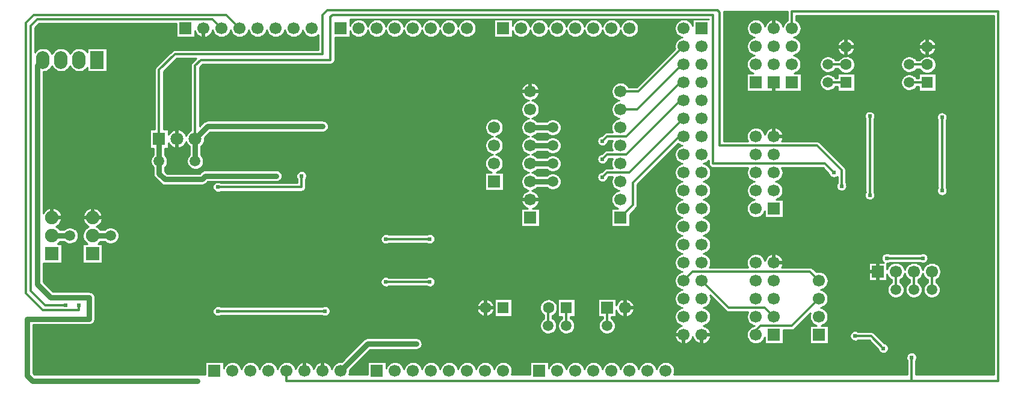
<source format=gbr>
G04 DipTrace 2.4.0.2*
%INBottom.gbr*%
%MOIN*%
%ADD13C,0.03*%
%ADD15C,0.013*%
%ADD22C,0.01*%
%ADD23C,0.02*%
%ADD38R,0.0669X0.0669*%
%ADD39C,0.0669*%
%ADD40R,0.0709X0.0709*%
%ADD41C,0.0709*%
%ADD42R,0.063X0.063*%
%ADD43C,0.063*%
%ADD44R,0.0748X0.0984*%
%ADD45O,0.0748X0.0984*%
%ADD49R,0.0748X0.0748*%
%ADD50C,0.0748*%
%ADD52C,0.0591*%
%ADD57C,0.024*%
%FSLAX44Y44*%
G04*
G70*
G90*
G75*
G01*
%LNBottom*%
%LPD*%
X1500Y18250D2*
D13*
X1187Y17937D1*
Y5812D1*
X1937Y5062D1*
X4062D1*
Y3875D1*
X625D1*
Y750D1*
X937Y437D1*
X10062D1*
X22187Y2500D2*
X19500D1*
X18000Y1000D1*
X7937Y12625D2*
Y13875D1*
D15*
Y17688D1*
X8812Y18563D1*
X17000D1*
Y20750D1*
X17250Y21000D1*
X38875D1*
X39000Y20875D1*
Y13500D1*
X44375D1*
X45750Y12125D1*
Y11250D1*
X15821Y11813D2*
Y11187D1*
X11187D1*
Y4312D2*
X17125D1*
X14437Y11813D2*
D13*
X10500D1*
X10312Y11625D1*
X8250D1*
X7937Y11938D1*
Y12625D1*
X43000Y20000D2*
D15*
Y20937D1*
X54437D1*
Y437D1*
X49625D1*
X15000D1*
Y1000D1*
X49625Y1750D2*
Y437D1*
X9937Y12625D2*
D13*
Y13875D1*
D15*
Y17937D1*
X10250Y18250D1*
X17437D1*
Y20625D1*
X17562Y20750D1*
X38625D1*
Y12500D1*
X44812D1*
X45312Y12000D1*
X17000Y14562D2*
D13*
X10625D1*
X9937Y13875D1*
X38000Y6000D2*
D15*
X39500Y4500D1*
X41500D1*
X42000Y4000D1*
X44500Y6000D2*
X44000Y6500D1*
X37500D1*
X37000Y6000D1*
X48750Y6500D2*
Y5500D1*
X49750Y6500D2*
Y5500D1*
X47750Y6500D2*
Y5500D1*
X8937Y12625D2*
Y13875D1*
X49250Y7937D2*
X47500D1*
X49250D2*
X51063D1*
X49250D2*
X49187Y8000D1*
Y15188D1*
X49000Y4687D2*
X46500D1*
Y5062D1*
X11400Y20000D2*
X10900Y20500D1*
X1187D1*
X812Y20125D1*
Y5438D1*
X1625Y4625D1*
X2750D1*
X2000Y8500D2*
D13*
X3000D1*
X48062Y2250D2*
D15*
X47375Y2937D1*
X46500D1*
X48250Y7250D2*
X50250D1*
X50750Y5500D2*
Y6500D1*
X30500Y4500D2*
Y3500D1*
X20500Y8312D2*
X22937D1*
X20500Y5937D2*
X22937D1*
X29516Y4500D2*
X29500Y4484D1*
Y3500D1*
X12400Y20000D2*
X11650Y20750D1*
X1000D1*
X562Y20312D1*
Y5313D1*
X1500Y4375D1*
X3500D1*
Y4625D1*
X5250Y8500D2*
D13*
X4250D1*
X44500Y5000D2*
D15*
X43000Y3500D1*
X41250D1*
X41000Y3250D1*
Y3000D1*
X28500Y13500D2*
D13*
X29750D1*
X28500Y14500D2*
X29750D1*
X28500Y12500D2*
X29750D1*
X28500Y11500D2*
X29750D1*
X32750Y4500D2*
D15*
Y3500D1*
X45000Y17000D2*
X46000D1*
X47312Y10750D2*
Y15125D1*
X46000Y17984D2*
X45984Y18000D1*
X45000D1*
X49500Y17000D2*
X50500D1*
X51312Y11000D2*
Y15063D1*
X49500Y18000D2*
X49516Y17984D1*
X50500D1*
X33500Y16500D2*
X34500D1*
X37000Y19000D1*
X33500Y9500D2*
X34187Y10187D1*
Y11437D1*
X36750Y14000D1*
X37000D1*
X32500Y11750D2*
X32750Y12000D1*
X34000D1*
X37000Y15000D1*
X32500Y12750D2*
X32750Y13000D1*
X33812D1*
X36812Y16000D1*
X37000D1*
X32500Y13750D2*
X32750Y14000D1*
X33812D1*
X36812Y17000D1*
X37000D1*
X33500Y15500D2*
X34437D1*
X36937Y18000D1*
X37000D1*
D57*
X10062Y437D3*
X22187Y2500D3*
X45750Y11250D3*
X15821Y11813D3*
X11187Y11187D3*
Y4312D3*
X17125D3*
X14437Y11813D3*
X49625Y1750D3*
X45312Y12000D3*
X17000Y14562D3*
X49250Y7937D3*
X47500D3*
X51063D3*
X49250D3*
X49187Y15188D3*
X49250Y7937D3*
X49000Y4687D3*
X46500Y5062D3*
X2750Y4625D3*
X48062Y2250D3*
X46500Y2937D3*
X48250Y7250D3*
X50250D3*
X20500Y8312D3*
X22937D3*
X20500Y5937D3*
X22937D3*
X3500Y4625D3*
X47312Y10750D3*
Y15125D3*
X51312Y11000D3*
Y15063D3*
X32500Y11750D3*
Y12750D3*
Y13750D3*
X23625Y17937D3*
Y17437D3*
Y16937D3*
Y16437D3*
Y15937D3*
Y15437D3*
Y14937D3*
Y14437D3*
Y13937D3*
Y13437D3*
Y12937D3*
Y12437D3*
Y11937D3*
Y11437D3*
Y10937D3*
Y10437D3*
Y9937D3*
Y9437D3*
Y8937D3*
Y8437D3*
Y7937D3*
Y7437D3*
Y6937D3*
Y6437D3*
Y5937D3*
Y5437D3*
Y4937D3*
Y4437D3*
Y3937D3*
Y3437D3*
X24125Y17937D3*
Y17437D3*
Y16937D3*
Y16437D3*
Y15937D3*
Y15437D3*
Y14937D3*
Y14437D3*
Y13937D3*
Y13437D3*
Y12937D3*
Y12437D3*
Y11937D3*
Y11437D3*
Y10937D3*
Y10437D3*
Y9937D3*
Y9437D3*
Y8937D3*
Y8437D3*
Y7937D3*
Y7437D3*
Y6937D3*
X6062Y19937D3*
Y19437D3*
Y18937D3*
Y18437D3*
Y17937D3*
Y17437D3*
Y16937D3*
Y16437D3*
Y15937D3*
Y15437D3*
Y14937D3*
Y14437D3*
Y13937D3*
Y13437D3*
Y12937D3*
Y12437D3*
Y11937D3*
Y11437D3*
Y10937D3*
Y10437D3*
Y9937D3*
Y9437D3*
Y8937D3*
Y8437D3*
Y7937D3*
Y7437D3*
Y6937D3*
Y6437D3*
Y5937D3*
Y5437D3*
Y4937D3*
Y4437D3*
X15062Y7500D3*
X15437D3*
X15062Y7250D3*
X15437D3*
X15062Y7000D3*
X15437D3*
X15062Y6750D3*
X15437D3*
X24125Y6437D3*
Y5937D3*
Y5437D3*
Y4937D3*
Y4437D3*
Y3937D3*
Y3437D3*
X24625Y17937D3*
Y17437D3*
Y16937D3*
Y16437D3*
Y15937D3*
Y15437D3*
Y14937D3*
Y14437D3*
Y13937D3*
Y13437D3*
Y12937D3*
Y12437D3*
Y11937D3*
Y11437D3*
Y10937D3*
X43062Y11938D3*
Y11438D3*
Y10938D3*
Y10438D3*
Y9938D3*
Y9438D3*
Y8938D3*
Y8438D3*
Y7938D3*
Y7438D3*
X43562Y11938D3*
X24625Y10437D3*
X43562Y11438D3*
X25062Y2000D3*
X25562D3*
X26062D3*
X26562D3*
X27062D3*
X27562D3*
X28062D3*
X28562D3*
X29062D3*
X29562D3*
X30062D3*
X30562D3*
X31062D3*
X31562D3*
X32062D3*
X24625Y9937D3*
X33062Y2000D3*
X33562D3*
X34062D3*
X34562D3*
X35062D3*
X35562D3*
X36062D3*
X36562D3*
X37062D3*
X37562D3*
X8937Y17313D3*
Y16813D3*
Y16312D3*
Y15813D3*
Y15313D3*
X24625Y9437D3*
X43562Y10938D3*
Y10438D3*
Y9938D3*
X6625Y18938D3*
X11625Y17250D3*
X7125Y18938D3*
X12125Y17250D3*
X7625Y18938D3*
X12625Y17250D3*
X8125Y18938D3*
X13125Y17250D3*
X8625Y18938D3*
X13625Y17250D3*
X9125Y18938D3*
X14125Y17250D3*
X9625Y18938D3*
X14625Y17250D3*
X10125Y18938D3*
X15125Y17250D3*
X10625Y18938D3*
X15625Y17250D3*
X11125Y18938D3*
X16125Y17250D3*
X11625Y18938D3*
X16625Y17250D3*
X12125Y18938D3*
X17125Y17250D3*
X12625Y18938D3*
X17625Y17250D3*
X13125Y18938D3*
X18125Y17250D3*
X13625Y18938D3*
X18625Y17250D3*
X14125Y18938D3*
X19125Y17250D3*
X14625Y18938D3*
X19625Y17250D3*
X15125Y18938D3*
X20125Y17250D3*
X15625Y18938D3*
X20625Y17250D3*
X16125Y18938D3*
X21125Y17250D3*
X16625Y18938D3*
X21625Y17250D3*
X53375Y20187D3*
Y19687D3*
Y19187D3*
Y18687D3*
X18125Y18938D3*
Y18438D3*
X18625Y18938D3*
Y18438D3*
X19125Y18938D3*
Y18438D3*
X19625Y18938D3*
Y18438D3*
X20125Y18938D3*
Y18438D3*
X20625Y18938D3*
Y18438D3*
X21125Y18938D3*
Y18438D3*
X21625Y18938D3*
Y18438D3*
X22125Y18938D3*
Y18438D3*
X22625Y18938D3*
Y18438D3*
X23125Y18938D3*
Y18438D3*
X23625Y18938D3*
Y18438D3*
X24125Y18938D3*
Y18438D3*
X24625Y18938D3*
Y18438D3*
X25125Y18938D3*
Y18438D3*
X25625Y18938D3*
Y18438D3*
X26125Y18938D3*
Y18438D3*
X26625Y18938D3*
Y18438D3*
X27125Y18938D3*
Y18438D3*
X27625Y18938D3*
Y18438D3*
X28125Y18938D3*
Y18438D3*
X28625Y18938D3*
Y18438D3*
X29125Y18938D3*
Y18438D3*
X29625Y18938D3*
Y18438D3*
X30125Y18938D3*
Y18438D3*
X53375Y18187D3*
Y17687D3*
Y17187D3*
Y16687D3*
Y16187D3*
Y15687D3*
Y15187D3*
Y14687D3*
Y14187D3*
Y13687D3*
Y13187D3*
Y12687D3*
Y12187D3*
Y11687D3*
Y11187D3*
Y10687D3*
Y10187D3*
Y9687D3*
Y9187D3*
Y8687D3*
Y8187D3*
Y7687D3*
Y7187D3*
Y6687D3*
Y6187D3*
Y5687D3*
Y5187D3*
Y4687D3*
Y4187D3*
Y3687D3*
Y3187D3*
Y2687D3*
Y2187D3*
Y1687D3*
Y1187D3*
X53875Y20187D3*
Y19687D3*
Y19187D3*
Y18687D3*
Y18187D3*
Y17687D3*
Y17187D3*
Y16687D3*
Y16187D3*
Y15687D3*
Y15187D3*
Y14687D3*
Y14187D3*
Y13687D3*
Y13187D3*
Y12687D3*
Y12187D3*
Y11687D3*
Y11187D3*
Y10687D3*
Y10187D3*
Y9687D3*
Y9187D3*
Y8687D3*
Y8187D3*
Y7687D3*
Y7187D3*
Y6687D3*
Y6187D3*
Y5687D3*
Y5187D3*
Y4687D3*
Y4187D3*
Y3687D3*
Y3187D3*
Y2687D3*
Y2187D3*
Y1687D3*
Y1187D3*
X36062Y10500D3*
Y10000D3*
Y9500D3*
Y9000D3*
Y8500D3*
Y8000D3*
Y7500D3*
Y7000D3*
Y6500D3*
Y6000D3*
Y5500D3*
Y5000D3*
Y4500D3*
Y4000D3*
Y3500D3*
Y3000D3*
Y2500D3*
X43562Y9438D3*
Y8938D3*
Y8438D3*
Y7938D3*
Y7438D3*
X44062Y11938D3*
Y11438D3*
Y10938D3*
Y10438D3*
Y9938D3*
Y9438D3*
Y8938D3*
Y8438D3*
Y7938D3*
Y7438D3*
X44562Y11938D3*
Y11438D3*
Y10938D3*
Y10438D3*
Y9938D3*
Y9438D3*
Y8938D3*
Y8438D3*
Y7938D3*
Y7438D3*
X24625Y8937D3*
Y8437D3*
Y7937D3*
Y7437D3*
Y6937D3*
Y6437D3*
Y5937D3*
Y5437D3*
X37062Y1000D3*
X37562D3*
X38062D3*
X38562D3*
X39062D3*
X39562D3*
X40062D3*
X40562D3*
X41062D3*
X41562D3*
X42062D3*
X42562D3*
X43062D3*
X43562D3*
X44062D3*
X44562D3*
X45062D3*
X45562D3*
X46062D3*
X46562D3*
X47062D3*
X47562D3*
X48062D3*
X48562D3*
X49062D3*
X44375Y20187D3*
X50062Y1000D3*
X50562D3*
X51062D3*
X51562D3*
X52062D3*
X52562D3*
X53062D3*
X44875Y20187D3*
X45375D3*
X45875D3*
X46375D3*
X46875D3*
X47375D3*
X47875D3*
X48375D3*
X48875D3*
X49375D3*
X49875D3*
X50375D3*
X50875D3*
X51375D3*
X51875D3*
X52375D3*
X52875D3*
X24625Y4937D3*
Y4437D3*
Y3937D3*
Y3437D3*
X14250Y9437D3*
X14750D3*
X15250D3*
X15750D3*
X16250D3*
X20750Y11000D3*
Y10500D3*
Y10000D3*
X27750Y8437D3*
Y7937D3*
X28250Y8437D3*
Y7937D3*
X28750Y8437D3*
Y7937D3*
X29250Y8437D3*
Y7937D3*
X29750Y8437D3*
Y7937D3*
X30250Y8437D3*
Y7937D3*
X30750Y8437D3*
Y7937D3*
X31250Y8437D3*
Y7937D3*
X31750Y8437D3*
Y7937D3*
X32250Y8437D3*
Y7937D3*
X32750Y8437D3*
Y7937D3*
X33250Y8437D3*
Y7937D3*
X33750Y8437D3*
Y7937D3*
X31000Y18938D3*
Y18438D3*
X31500Y18938D3*
Y18438D3*
X32000Y18938D3*
Y18438D3*
X32500Y18938D3*
Y18438D3*
X33000Y18938D3*
Y18438D3*
X33500Y18938D3*
Y18438D3*
X34000Y18938D3*
Y18438D3*
X20750Y9500D3*
Y9000D3*
X21250Y11000D3*
Y10500D3*
Y10000D3*
Y9500D3*
Y9000D3*
X8500Y2625D3*
X9000D3*
X9500D3*
X10000D3*
X10500D3*
X11000D3*
X11500D3*
X12000D3*
X12500D3*
X13000D3*
X13500D3*
X14000D3*
X14500D3*
X15000D3*
X15500D3*
X16000D3*
X16500D3*
X17000D3*
X17500D3*
X18000D3*
X18500D3*
X18625Y16750D3*
Y16250D3*
Y15750D3*
Y15250D3*
Y14750D3*
Y14250D3*
Y13750D3*
Y13250D3*
Y12750D3*
Y12250D3*
Y11750D3*
X12125Y16750D3*
Y16250D3*
Y15750D3*
Y15250D3*
X13187Y3687D3*
X13687D3*
X12125Y13750D3*
Y13250D3*
Y12750D3*
Y12250D3*
Y10750D3*
Y10250D3*
Y9750D3*
Y9250D3*
Y8750D3*
Y8250D3*
Y7750D3*
X14187Y3687D3*
X14687D3*
X15187D3*
X15687D3*
X16187D3*
X16687D3*
X17187D3*
X17687D3*
X18187D3*
X18687D3*
X19187D3*
X19687D3*
X39248Y20851D2*
D22*
X42752D1*
X39248Y20753D2*
X42752D1*
X39248Y20654D2*
X42752D1*
X43248D2*
X54189D1*
X39248Y20555D2*
X42752D1*
X43248D2*
X54189D1*
X18519Y20457D2*
X18766D1*
X19234D2*
X19766D1*
X20234D2*
X20766D1*
X21234D2*
X21766D1*
X22234D2*
X22766D1*
X23234D2*
X23766D1*
X24234D2*
X24766D1*
X25234D2*
X26481D1*
X27519D2*
X27766D1*
X28234D2*
X28766D1*
X29234D2*
X29766D1*
X30234D2*
X30766D1*
X31234D2*
X31766D1*
X32234D2*
X32766D1*
X33234D2*
X33766D1*
X34234D2*
X36766D1*
X37234D2*
X37481D1*
X39248D2*
X40766D1*
X41234D2*
X41766D1*
X42234D2*
X42752D1*
X43248D2*
X54189D1*
X18519Y20358D2*
X18628D1*
X19372D2*
X19628D1*
X20372D2*
X20628D1*
X21372D2*
X21628D1*
X22372D2*
X22628D1*
X23372D2*
X23628D1*
X24372D2*
X24628D1*
X25372D2*
X26481D1*
X27519D2*
X27628D1*
X28372D2*
X28628D1*
X29372D2*
X29628D1*
X30372D2*
X30628D1*
X31372D2*
X31628D1*
X32372D2*
X32628D1*
X33372D2*
X33628D1*
X34372D2*
X36628D1*
X37372D2*
X37481D1*
X39248D2*
X40628D1*
X41372D2*
X41628D1*
X42372D2*
X42628D1*
X43372D2*
X54189D1*
X1295Y20259D2*
X8881D1*
X19448D2*
X19552D1*
X20448D2*
X20552D1*
X21448D2*
X21552D1*
X22448D2*
X22552D1*
X23448D2*
X23552D1*
X24448D2*
X24552D1*
X25448D2*
X26481D1*
X28448D2*
X28552D1*
X29448D2*
X29552D1*
X30448D2*
X30552D1*
X31448D2*
X31552D1*
X32448D2*
X32552D1*
X33448D2*
X33552D1*
X34448D2*
X36552D1*
X39248D2*
X40552D1*
X41448D2*
X41552D1*
X42448D2*
X42552D1*
X43448D2*
X54189D1*
X1195Y20160D2*
X8881D1*
X25492D2*
X26481D1*
X34492D2*
X36508D1*
X39248D2*
X40508D1*
X43492D2*
X54189D1*
X1097Y20062D2*
X8881D1*
X25515D2*
X26481D1*
X34515D2*
X36485D1*
X39248D2*
X40485D1*
X43515D2*
X54189D1*
X1061Y19963D2*
X8881D1*
X25517D2*
X26481D1*
X34517D2*
X36483D1*
X39248D2*
X40483D1*
X43517D2*
X54189D1*
X1061Y19864D2*
X8881D1*
X25500D2*
X26481D1*
X34500D2*
X36500D1*
X39248D2*
X40500D1*
X43500D2*
X54189D1*
X1061Y19766D2*
X8881D1*
X10861D2*
X10938D1*
X11861D2*
X11938D1*
X12861D2*
X12938D1*
X13861D2*
X13938D1*
X14861D2*
X14938D1*
X15861D2*
X15938D1*
X19461D2*
X19538D1*
X20461D2*
X20538D1*
X21461D2*
X21538D1*
X22461D2*
X22538D1*
X23461D2*
X23538D1*
X24461D2*
X24538D1*
X25461D2*
X26481D1*
X28461D2*
X28538D1*
X29461D2*
X29538D1*
X30461D2*
X30538D1*
X31461D2*
X31538D1*
X32461D2*
X32538D1*
X33461D2*
X33538D1*
X34461D2*
X36539D1*
X39248D2*
X40539D1*
X43461D2*
X54189D1*
X1061Y19667D2*
X8881D1*
X9919D2*
X10006D1*
X10794D2*
X11006D1*
X11794D2*
X12006D1*
X12794D2*
X13006D1*
X13794D2*
X14006D1*
X14794D2*
X15006D1*
X15794D2*
X16006D1*
X18519D2*
X18606D1*
X19394D2*
X19606D1*
X20394D2*
X20606D1*
X21394D2*
X21606D1*
X22394D2*
X22606D1*
X23394D2*
X23606D1*
X24394D2*
X24606D1*
X25394D2*
X26481D1*
X27519D2*
X27606D1*
X28394D2*
X28606D1*
X29394D2*
X29606D1*
X30394D2*
X30606D1*
X31394D2*
X31606D1*
X32394D2*
X32606D1*
X33394D2*
X33606D1*
X34394D2*
X36606D1*
X39248D2*
X40606D1*
X43394D2*
X54189D1*
X1061Y19568D2*
X8881D1*
X9919D2*
X10120D1*
X10680D2*
X11120D1*
X11680D2*
X12120D1*
X12680D2*
X13120D1*
X13680D2*
X14120D1*
X14680D2*
X15120D1*
X15680D2*
X16120D1*
X16680D2*
X16752D1*
X18519D2*
X18720D1*
X19280D2*
X19720D1*
X20280D2*
X20720D1*
X21280D2*
X21720D1*
X22280D2*
X22720D1*
X23280D2*
X23720D1*
X24280D2*
X24720D1*
X25280D2*
X26481D1*
X27519D2*
X27720D1*
X28280D2*
X28720D1*
X29280D2*
X29720D1*
X30280D2*
X30720D1*
X31280D2*
X31720D1*
X32280D2*
X32720D1*
X33280D2*
X33720D1*
X34280D2*
X36720D1*
X39248D2*
X40720D1*
X43280D2*
X54189D1*
X1061Y19470D2*
X16752D1*
X17686D2*
X36795D1*
X39248D2*
X40795D1*
X43205D2*
X54189D1*
X1061Y19371D2*
X16752D1*
X17686D2*
X36642D1*
X39248D2*
X40642D1*
X43358D2*
X45713D1*
X46287D2*
X50213D1*
X50787D2*
X54189D1*
X1061Y19272D2*
X16752D1*
X17686D2*
X36561D1*
X39248D2*
X40561D1*
X43439D2*
X45606D1*
X46394D2*
X50106D1*
X50894D2*
X54189D1*
X1061Y19174D2*
X16752D1*
X17686D2*
X36513D1*
X39248D2*
X40513D1*
X43487D2*
X45547D1*
X46453D2*
X50047D1*
X50953D2*
X54189D1*
X1061Y19075D2*
X16752D1*
X17686D2*
X36488D1*
X39248D2*
X40488D1*
X43512D2*
X45513D1*
X46487D2*
X50013D1*
X50987D2*
X54189D1*
X1061Y18976D2*
X16752D1*
X17686D2*
X36481D1*
X39248D2*
X40481D1*
X43519D2*
X45502D1*
X46498D2*
X50002D1*
X50998D2*
X54189D1*
X1061Y18878D2*
X1288D1*
X1712D2*
X2288D1*
X2712D2*
X3288D1*
X3712D2*
X3942D1*
X5058D2*
X16752D1*
X17686D2*
X36497D1*
X39248D2*
X40497D1*
X43503D2*
X45510D1*
X46490D2*
X50010D1*
X50990D2*
X54189D1*
X1061Y18779D2*
X1126D1*
X1873D2*
X2127D1*
X2873D2*
X3127D1*
X3873D2*
X3942D1*
X5058D2*
X8702D1*
X17686D2*
X36431D1*
X39248D2*
X40531D1*
X43469D2*
X45539D1*
X46461D2*
X50039D1*
X50961D2*
X54189D1*
X1961Y18680D2*
X2038D1*
X2961D2*
X3038D1*
X5058D2*
X8583D1*
X17686D2*
X36333D1*
X39248D2*
X40594D1*
X43406D2*
X45595D1*
X46405D2*
X50095D1*
X50905D2*
X54189D1*
X5058Y18581D2*
X8483D1*
X17686D2*
X36233D1*
X39248D2*
X40702D1*
X43298D2*
X45691D1*
X46309D2*
X50191D1*
X50809D2*
X54189D1*
X5058Y18483D2*
X8385D1*
X17686D2*
X36135D1*
X39248D2*
X40830D1*
X43170D2*
X45935D1*
X46065D2*
X50435D1*
X50565D2*
X54189D1*
X5058Y18384D2*
X8286D1*
X17686D2*
X36036D1*
X39248D2*
X40656D1*
X43344D2*
X44720D1*
X45280D2*
X45710D1*
X46290D2*
X49220D1*
X49780D2*
X50210D1*
X50790D2*
X54189D1*
X5058Y18285D2*
X8188D1*
X8883D2*
X9938D1*
X17686D2*
X35938D1*
X39248D2*
X40569D1*
X43431D2*
X44617D1*
X45383D2*
X45605D1*
X46395D2*
X49117D1*
X49883D2*
X50105D1*
X50895D2*
X54189D1*
X5058Y18187D2*
X8089D1*
X8784D2*
X9839D1*
X17678D2*
X35839D1*
X39248D2*
X40517D1*
X43483D2*
X44560D1*
X46455D2*
X49060D1*
X50955D2*
X54189D1*
X5058Y18088D2*
X7991D1*
X8686D2*
X9742D1*
X17623D2*
X35741D1*
X39248D2*
X40489D1*
X43511D2*
X44530D1*
X46487D2*
X49030D1*
X50987D2*
X54189D1*
X5058Y17989D2*
X7891D1*
X8587D2*
X9694D1*
X10337D2*
X35642D1*
X39248D2*
X40481D1*
X43519D2*
X44520D1*
X46498D2*
X49020D1*
X50998D2*
X54189D1*
X5058Y17891D2*
X7792D1*
X8489D2*
X9689D1*
X10239D2*
X35542D1*
X39248D2*
X40494D1*
X43506D2*
X44535D1*
X46490D2*
X49035D1*
X50990D2*
X54189D1*
X1940Y17792D2*
X2060D1*
X2940D2*
X3060D1*
X5058D2*
X7713D1*
X8390D2*
X9689D1*
X10186D2*
X35444D1*
X39248D2*
X40527D1*
X43473D2*
X44569D1*
X46459D2*
X49069D1*
X50959D2*
X54189D1*
X1839Y17693D2*
X2161D1*
X2839D2*
X3161D1*
X3839D2*
X3942D1*
X5058D2*
X7689D1*
X8290D2*
X9689D1*
X10186D2*
X35345D1*
X39248D2*
X40585D1*
X43415D2*
X44635D1*
X45365D2*
X45597D1*
X46403D2*
X49135D1*
X49865D2*
X50097D1*
X50903D2*
X54189D1*
X1617Y17595D2*
X2383D1*
X2617D2*
X3383D1*
X3617D2*
X3942D1*
X5058D2*
X7689D1*
X8192D2*
X9689D1*
X10186D2*
X35247D1*
X39248D2*
X40683D1*
X43317D2*
X44753D1*
X45247D2*
X45695D1*
X46305D2*
X49253D1*
X49747D2*
X50195D1*
X50805D2*
X54189D1*
X1522Y17496D2*
X7689D1*
X8186D2*
X9689D1*
X10186D2*
X35149D1*
X39248D2*
X40481D1*
X43519D2*
X45967D1*
X46032D2*
X50467D1*
X50532D2*
X54189D1*
X1522Y17397D2*
X7689D1*
X8186D2*
X9689D1*
X10186D2*
X35050D1*
X39248D2*
X40481D1*
X43519D2*
X44741D1*
X45259D2*
X45502D1*
X46498D2*
X49241D1*
X49759D2*
X50002D1*
X50998D2*
X54189D1*
X1522Y17299D2*
X7689D1*
X8186D2*
X9689D1*
X10186D2*
X34950D1*
X39248D2*
X40481D1*
X43519D2*
X44628D1*
X45372D2*
X45502D1*
X46498D2*
X49128D1*
X49872D2*
X50002D1*
X50998D2*
X54189D1*
X1522Y17200D2*
X7689D1*
X8186D2*
X9689D1*
X10186D2*
X34852D1*
X39248D2*
X40481D1*
X43519D2*
X44566D1*
X46498D2*
X49066D1*
X50998D2*
X54189D1*
X1522Y17101D2*
X7689D1*
X8186D2*
X9689D1*
X10186D2*
X34753D1*
X39248D2*
X40481D1*
X43519D2*
X44531D1*
X46498D2*
X49031D1*
X50998D2*
X54189D1*
X1522Y17002D2*
X7689D1*
X8186D2*
X9689D1*
X10186D2*
X28413D1*
X28587D2*
X33413D1*
X33587D2*
X34655D1*
X39248D2*
X40481D1*
X43519D2*
X44520D1*
X46498D2*
X49020D1*
X50998D2*
X54189D1*
X1522Y16904D2*
X7689D1*
X8186D2*
X9689D1*
X10186D2*
X28181D1*
X28819D2*
X33181D1*
X33819D2*
X34556D1*
X39248D2*
X40481D1*
X43519D2*
X44531D1*
X46498D2*
X49031D1*
X50998D2*
X54189D1*
X1522Y16805D2*
X7689D1*
X8186D2*
X9689D1*
X10186D2*
X28083D1*
X28917D2*
X33083D1*
X33917D2*
X34458D1*
X39248D2*
X40481D1*
X43519D2*
X44563D1*
X46498D2*
X49063D1*
X50998D2*
X54189D1*
X1522Y16706D2*
X7689D1*
X8186D2*
X9689D1*
X10186D2*
X28025D1*
X28975D2*
X33025D1*
X39248D2*
X40481D1*
X43519D2*
X44624D1*
X45376D2*
X45502D1*
X46498D2*
X49124D1*
X49876D2*
X50002D1*
X50998D2*
X54189D1*
X1522Y16608D2*
X7689D1*
X8186D2*
X9689D1*
X10186D2*
X27992D1*
X29008D2*
X32992D1*
X39248D2*
X40481D1*
X43519D2*
X44733D1*
X45267D2*
X45502D1*
X46498D2*
X49233D1*
X49767D2*
X50002D1*
X50998D2*
X54189D1*
X1522Y16509D2*
X7689D1*
X8186D2*
X9689D1*
X10186D2*
X27981D1*
X29019D2*
X32981D1*
X39248D2*
X40481D1*
X43519D2*
X54189D1*
X1522Y16410D2*
X7689D1*
X8186D2*
X9689D1*
X10186D2*
X27989D1*
X29011D2*
X32989D1*
X39248D2*
X54189D1*
X1522Y16312D2*
X7689D1*
X8186D2*
X9689D1*
X10186D2*
X28017D1*
X28983D2*
X33017D1*
X39248D2*
X54189D1*
X1522Y16213D2*
X7689D1*
X8186D2*
X9689D1*
X10186D2*
X28070D1*
X28930D2*
X33070D1*
X39248D2*
X54189D1*
X1522Y16114D2*
X7689D1*
X8186D2*
X9689D1*
X10186D2*
X28158D1*
X28842D2*
X33158D1*
X39248D2*
X54189D1*
X1522Y16016D2*
X7689D1*
X8186D2*
X9689D1*
X10186D2*
X28335D1*
X28665D2*
X33335D1*
X39248D2*
X54189D1*
X1522Y15917D2*
X7689D1*
X8186D2*
X9689D1*
X10186D2*
X28199D1*
X28801D2*
X33199D1*
X39248D2*
X54189D1*
X1522Y15818D2*
X7689D1*
X8186D2*
X9689D1*
X10186D2*
X28094D1*
X28906D2*
X33094D1*
X39248D2*
X54189D1*
X1522Y15720D2*
X7689D1*
X8186D2*
X9689D1*
X10186D2*
X28031D1*
X28969D2*
X33031D1*
X39248D2*
X54189D1*
X1522Y15621D2*
X7689D1*
X8186D2*
X9689D1*
X10186D2*
X27995D1*
X29005D2*
X32995D1*
X39248D2*
X54189D1*
X1522Y15522D2*
X7689D1*
X8186D2*
X9689D1*
X10186D2*
X27981D1*
X29019D2*
X32981D1*
X39248D2*
X54189D1*
X1522Y15423D2*
X7689D1*
X8186D2*
X9689D1*
X10186D2*
X27988D1*
X29012D2*
X32988D1*
X39248D2*
X54189D1*
X1522Y15325D2*
X7689D1*
X8186D2*
X9689D1*
X10186D2*
X28013D1*
X28987D2*
X33013D1*
X39248D2*
X47088D1*
X47537D2*
X51170D1*
X51455D2*
X54189D1*
X1522Y15226D2*
X7689D1*
X8186D2*
X9689D1*
X10186D2*
X28061D1*
X28939D2*
X33061D1*
X39248D2*
X47027D1*
X47598D2*
X51058D1*
X51567D2*
X54189D1*
X1522Y15127D2*
X7689D1*
X8186D2*
X9689D1*
X10186D2*
X28144D1*
X28856D2*
X33144D1*
X39248D2*
X47008D1*
X47617D2*
X51016D1*
X51609D2*
X54189D1*
X1522Y15029D2*
X7689D1*
X8186D2*
X9689D1*
X10186D2*
X28299D1*
X28701D2*
X33299D1*
X39248D2*
X47025D1*
X47600D2*
X51011D1*
X51614D2*
X54189D1*
X1522Y14930D2*
X7689D1*
X8186D2*
X9689D1*
X10186D2*
X26219D1*
X26781D2*
X28219D1*
X28781D2*
X29553D1*
X29947D2*
X33219D1*
X39248D2*
X47064D1*
X47561D2*
X51041D1*
X51584D2*
X54189D1*
X1522Y14831D2*
X7689D1*
X8186D2*
X9689D1*
X10186D2*
X10435D1*
X17190D2*
X26105D1*
X26895D2*
X28105D1*
X28895D2*
X29408D1*
X30092D2*
X33105D1*
X39248D2*
X47064D1*
X47561D2*
X51064D1*
X51561D2*
X54189D1*
X1522Y14733D2*
X7689D1*
X8186D2*
X9689D1*
X10186D2*
X10327D1*
X17286D2*
X26038D1*
X26962D2*
X28038D1*
X30167D2*
X33038D1*
X39248D2*
X47064D1*
X47561D2*
X51064D1*
X51561D2*
X54189D1*
X1522Y14634D2*
X7689D1*
X8186D2*
X9689D1*
X17326D2*
X26000D1*
X27000D2*
X28000D1*
X30209D2*
X33000D1*
X39248D2*
X47064D1*
X47561D2*
X51064D1*
X51561D2*
X54189D1*
X1522Y14535D2*
X7689D1*
X8186D2*
X9689D1*
X17333D2*
X25983D1*
X27017D2*
X27983D1*
X30228D2*
X32983D1*
X39248D2*
X47064D1*
X47561D2*
X51064D1*
X51561D2*
X54189D1*
X1522Y14437D2*
X7689D1*
X8186D2*
X9689D1*
X17308D2*
X25986D1*
X27014D2*
X27986D1*
X30225D2*
X32986D1*
X39248D2*
X40730D1*
X41270D2*
X41730D1*
X42270D2*
X47064D1*
X47561D2*
X51064D1*
X51561D2*
X54189D1*
X1522Y14338D2*
X7399D1*
X8476D2*
X8674D1*
X9201D2*
X9674D1*
X17244D2*
X26008D1*
X26992D2*
X28008D1*
X30200D2*
X33008D1*
X39248D2*
X40610D1*
X41390D2*
X41610D1*
X42390D2*
X47064D1*
X47561D2*
X51064D1*
X51561D2*
X54189D1*
X1522Y14239D2*
X7399D1*
X8476D2*
X8545D1*
X9330D2*
X9545D1*
X17030D2*
X26053D1*
X26947D2*
X28053D1*
X30150D2*
X33053D1*
X39248D2*
X40541D1*
X41459D2*
X41541D1*
X42459D2*
X47064D1*
X47561D2*
X51064D1*
X51561D2*
X54189D1*
X1522Y14141D2*
X7399D1*
X9405D2*
X9470D1*
X10672D2*
X26130D1*
X26870D2*
X28130D1*
X28870D2*
X29439D1*
X30061D2*
X32542D1*
X39248D2*
X40502D1*
X42498D2*
X47064D1*
X47561D2*
X51064D1*
X51561D2*
X54189D1*
X1522Y14042D2*
X7399D1*
X10572D2*
X26269D1*
X26731D2*
X28269D1*
X28731D2*
X29639D1*
X29861D2*
X32444D1*
X39248D2*
X40483D1*
X42517D2*
X47064D1*
X47561D2*
X51064D1*
X51561D2*
X54189D1*
X1522Y13943D2*
X7399D1*
X10473D2*
X26241D1*
X26759D2*
X28241D1*
X28759D2*
X29586D1*
X29914D2*
X32269D1*
X39248D2*
X40485D1*
X42515D2*
X47064D1*
X47561D2*
X51064D1*
X51561D2*
X54189D1*
X1522Y13844D2*
X7399D1*
X10475D2*
X26116D1*
X26884D2*
X28116D1*
X28884D2*
X29422D1*
X30078D2*
X32211D1*
X39248D2*
X40506D1*
X42494D2*
X47064D1*
X47561D2*
X51064D1*
X51561D2*
X54189D1*
X1522Y13746D2*
X7399D1*
X10459D2*
X26045D1*
X26955D2*
X28045D1*
X30159D2*
X32195D1*
X32844D2*
X33045D1*
X39248D2*
X40550D1*
X42450D2*
X47064D1*
X47561D2*
X51064D1*
X51561D2*
X54189D1*
X1522Y13647D2*
X7399D1*
X10423D2*
X26003D1*
X26997D2*
X28003D1*
X30206D2*
X32214D1*
X32786D2*
X33003D1*
X44576D2*
X47064D1*
X47561D2*
X51064D1*
X51561D2*
X54189D1*
X1522Y13548D2*
X7399D1*
X9362D2*
X9513D1*
X10362D2*
X25985D1*
X27015D2*
X27985D1*
X30226D2*
X32277D1*
X32723D2*
X32985D1*
X36647D2*
X36756D1*
X44675D2*
X47064D1*
X47561D2*
X51064D1*
X51561D2*
X54189D1*
X1522Y13450D2*
X7399D1*
X8476D2*
X8614D1*
X9261D2*
X9603D1*
X10272D2*
X25985D1*
X27015D2*
X27985D1*
X30226D2*
X32985D1*
X36547D2*
X36753D1*
X44773D2*
X47064D1*
X47561D2*
X51064D1*
X51561D2*
X54189D1*
X1522Y13351D2*
X7399D1*
X8476D2*
X8861D1*
X9014D2*
X9603D1*
X10272D2*
X26003D1*
X26997D2*
X28003D1*
X30205D2*
X33003D1*
X36448D2*
X36622D1*
X44872D2*
X47064D1*
X47561D2*
X51064D1*
X51561D2*
X54189D1*
X1522Y13252D2*
X7603D1*
X8272D2*
X9603D1*
X10272D2*
X26045D1*
X26955D2*
X28045D1*
X30159D2*
X33045D1*
X36350D2*
X36549D1*
X44970D2*
X47064D1*
X47561D2*
X51064D1*
X51561D2*
X54189D1*
X1522Y13154D2*
X7603D1*
X8272D2*
X9603D1*
X10272D2*
X26117D1*
X26883D2*
X28117D1*
X28883D2*
X29424D1*
X30076D2*
X32556D1*
X36251D2*
X36505D1*
X45069D2*
X47064D1*
X47561D2*
X51064D1*
X51561D2*
X54189D1*
X1522Y13055D2*
X7603D1*
X8272D2*
X9603D1*
X10272D2*
X26244D1*
X26756D2*
X28244D1*
X28756D2*
X29591D1*
X29909D2*
X32458D1*
X36153D2*
X36485D1*
X45169D2*
X47064D1*
X47561D2*
X51064D1*
X51561D2*
X54189D1*
X1522Y12956D2*
X7595D1*
X8280D2*
X9595D1*
X10280D2*
X26266D1*
X26734D2*
X28266D1*
X28734D2*
X29631D1*
X29869D2*
X32280D1*
X36055D2*
X36483D1*
X45267D2*
X47064D1*
X47561D2*
X51064D1*
X51561D2*
X54189D1*
X1522Y12858D2*
X7520D1*
X8355D2*
X9520D1*
X10355D2*
X26128D1*
X26872D2*
X28128D1*
X28872D2*
X29436D1*
X30064D2*
X32216D1*
X35956D2*
X36502D1*
X45365D2*
X47064D1*
X47561D2*
X51064D1*
X51561D2*
X54189D1*
X1522Y12759D2*
X7478D1*
X8397D2*
X9478D1*
X10397D2*
X26052D1*
X26948D2*
X28052D1*
X30151D2*
X32195D1*
X32856D2*
X33052D1*
X35856D2*
X36542D1*
X45464D2*
X47064D1*
X47561D2*
X51064D1*
X51561D2*
X54189D1*
X1522Y12660D2*
X7460D1*
X8415D2*
X9460D1*
X10415D2*
X26008D1*
X26992D2*
X28008D1*
X30201D2*
X32210D1*
X32790D2*
X33008D1*
X35758D2*
X36611D1*
X45562D2*
X47064D1*
X47561D2*
X51064D1*
X51561D2*
X54189D1*
X1522Y12562D2*
X7463D1*
X8412D2*
X9463D1*
X10412D2*
X25985D1*
X27015D2*
X27985D1*
X30225D2*
X32264D1*
X32736D2*
X32985D1*
X35659D2*
X36733D1*
X38267D2*
X38377D1*
X45661D2*
X47064D1*
X47561D2*
X51064D1*
X51561D2*
X54189D1*
X1522Y12463D2*
X7488D1*
X8387D2*
X9488D1*
X10387D2*
X25983D1*
X27017D2*
X27983D1*
X30228D2*
X32427D1*
X32573D2*
X32983D1*
X35561D2*
X36780D1*
X38220D2*
X38378D1*
X45759D2*
X47064D1*
X47561D2*
X51064D1*
X51561D2*
X54189D1*
X1522Y12364D2*
X7538D1*
X8337D2*
X9538D1*
X10337D2*
X26000D1*
X27000D2*
X28000D1*
X30209D2*
X33000D1*
X35462D2*
X36635D1*
X38365D2*
X38418D1*
X45859D2*
X47064D1*
X47561D2*
X51064D1*
X51561D2*
X54189D1*
X1522Y12265D2*
X7603D1*
X8272D2*
X9627D1*
X10248D2*
X26039D1*
X26961D2*
X28039D1*
X30167D2*
X33039D1*
X35364D2*
X36556D1*
X38444D2*
X38569D1*
X45953D2*
X47064D1*
X47561D2*
X51064D1*
X51561D2*
X54189D1*
X1522Y12167D2*
X7603D1*
X8272D2*
X9827D1*
X10048D2*
X26106D1*
X26894D2*
X28106D1*
X28894D2*
X29410D1*
X30090D2*
X32569D1*
X35264D2*
X36510D1*
X38490D2*
X40510D1*
X42490D2*
X44799D1*
X45995D2*
X47064D1*
X47561D2*
X51064D1*
X51561D2*
X54189D1*
X1522Y12068D2*
X7603D1*
X8275D2*
X10291D1*
X14647D2*
X15666D1*
X15976D2*
X26222D1*
X26778D2*
X28222D1*
X28778D2*
X29556D1*
X29944D2*
X32470D1*
X35165D2*
X36486D1*
X38514D2*
X40486D1*
X42514D2*
X44897D1*
X45998D2*
X47064D1*
X47561D2*
X51064D1*
X51561D2*
X54189D1*
X1522Y11969D2*
X7603D1*
X8373D2*
X10189D1*
X14731D2*
X15563D1*
X16080D2*
X25981D1*
X27019D2*
X28294D1*
X28706D2*
X32294D1*
X35067D2*
X36483D1*
X38517D2*
X40483D1*
X42517D2*
X44995D1*
X45998D2*
X47064D1*
X47561D2*
X51064D1*
X51561D2*
X54189D1*
X1522Y11871D2*
X7611D1*
X14765D2*
X15522D1*
X16119D2*
X25981D1*
X27019D2*
X28142D1*
X28858D2*
X29453D1*
X30047D2*
X32222D1*
X34969D2*
X36499D1*
X38501D2*
X40499D1*
X42501D2*
X45039D1*
X45998D2*
X47064D1*
X47561D2*
X51064D1*
X51561D2*
X54189D1*
X1522Y11772D2*
X7649D1*
X14769D2*
X15520D1*
X16122D2*
X25981D1*
X27019D2*
X28061D1*
X30142D2*
X32197D1*
X34870D2*
X36536D1*
X38464D2*
X40536D1*
X42464D2*
X45117D1*
X45998D2*
X47064D1*
X47561D2*
X51064D1*
X51561D2*
X54189D1*
X1522Y11673D2*
X7733D1*
X14740D2*
X15552D1*
X16090D2*
X25981D1*
X27019D2*
X28013D1*
X30197D2*
X32206D1*
X32794D2*
X33013D1*
X34772D2*
X36600D1*
X38400D2*
X40600D1*
X42400D2*
X45502D1*
X45998D2*
X47064D1*
X47561D2*
X51064D1*
X51561D2*
X54189D1*
X1522Y11575D2*
X7833D1*
X14667D2*
X15572D1*
X16070D2*
X25981D1*
X27019D2*
X27988D1*
X30223D2*
X32255D1*
X32745D2*
X32988D1*
X34672D2*
X36711D1*
X38289D2*
X40711D1*
X42289D2*
X45502D1*
X45998D2*
X47064D1*
X47561D2*
X51064D1*
X51561D2*
X54189D1*
X1522Y11476D2*
X7931D1*
X10631D2*
X11120D1*
X11255D2*
X15572D1*
X16070D2*
X25981D1*
X27019D2*
X27981D1*
X30228D2*
X32383D1*
X32617D2*
X32981D1*
X34573D2*
X36811D1*
X38189D2*
X40811D1*
X42189D2*
X45502D1*
X45998D2*
X47064D1*
X47561D2*
X51064D1*
X51561D2*
X54189D1*
X1522Y11377D2*
X8031D1*
X10531D2*
X10953D1*
X16070D2*
X25981D1*
X27019D2*
X27997D1*
X30212D2*
X32997D1*
X34475D2*
X36649D1*
X38351D2*
X40649D1*
X42351D2*
X45475D1*
X46025D2*
X47064D1*
X47561D2*
X51064D1*
X51561D2*
X54189D1*
X1522Y11279D2*
X10899D1*
X16070D2*
X25981D1*
X27019D2*
X28033D1*
X30173D2*
X33033D1*
X34436D2*
X36564D1*
X38436D2*
X40564D1*
X42436D2*
X45447D1*
X46053D2*
X47064D1*
X47561D2*
X51064D1*
X51561D2*
X54189D1*
X1522Y11180D2*
X10883D1*
X16070D2*
X25981D1*
X27019D2*
X28095D1*
X30103D2*
X33095D1*
X34436D2*
X36514D1*
X38486D2*
X40514D1*
X42486D2*
X45455D1*
X46045D2*
X47064D1*
X47561D2*
X51064D1*
X51561D2*
X54189D1*
X1522Y11081D2*
X10903D1*
X16045D2*
X25981D1*
X27019D2*
X28202D1*
X28798D2*
X29528D1*
X29972D2*
X33202D1*
X34436D2*
X36488D1*
X38512D2*
X40488D1*
X42512D2*
X45499D1*
X46001D2*
X47064D1*
X47561D2*
X51020D1*
X51605D2*
X54189D1*
X1522Y10983D2*
X10967D1*
X15953D2*
X28330D1*
X28670D2*
X33330D1*
X34436D2*
X36481D1*
X38519D2*
X40481D1*
X42519D2*
X45617D1*
X45883D2*
X47064D1*
X47561D2*
X51010D1*
X51615D2*
X54189D1*
X1522Y10884D2*
X28156D1*
X28844D2*
X33156D1*
X34436D2*
X36495D1*
X38505D2*
X40495D1*
X42505D2*
X47041D1*
X47584D2*
X51033D1*
X51592D2*
X54189D1*
X1522Y10785D2*
X28069D1*
X28931D2*
X33069D1*
X34436D2*
X36530D1*
X38470D2*
X40530D1*
X42470D2*
X47011D1*
X47614D2*
X51102D1*
X51523D2*
X54189D1*
X1522Y10686D2*
X28017D1*
X28983D2*
X33017D1*
X34436D2*
X36589D1*
X38411D2*
X40589D1*
X42411D2*
X47016D1*
X47609D2*
X54189D1*
X1522Y10588D2*
X27989D1*
X29011D2*
X32989D1*
X34436D2*
X36692D1*
X38308D2*
X40692D1*
X42308D2*
X47058D1*
X47567D2*
X54189D1*
X1522Y10489D2*
X27981D1*
X29019D2*
X32981D1*
X34436D2*
X36850D1*
X38150D2*
X40850D1*
X42519D2*
X47167D1*
X47458D2*
X54189D1*
X1522Y10390D2*
X27994D1*
X29006D2*
X32994D1*
X34436D2*
X36664D1*
X38336D2*
X40664D1*
X42519D2*
X54189D1*
X1522Y10292D2*
X28027D1*
X28973D2*
X33027D1*
X34436D2*
X36574D1*
X38426D2*
X40574D1*
X42519D2*
X54189D1*
X1522Y10193D2*
X28085D1*
X28915D2*
X33085D1*
X34436D2*
X36519D1*
X38481D2*
X40519D1*
X42519D2*
X54189D1*
X1522Y10094D2*
X28183D1*
X28817D2*
X33183D1*
X34417D2*
X36491D1*
X38509D2*
X40491D1*
X42519D2*
X54189D1*
X1522Y9996D2*
X1756D1*
X2244D2*
X4006D1*
X4494D2*
X27981D1*
X29019D2*
X32981D1*
X34344D2*
X36481D1*
X38519D2*
X40481D1*
X42519D2*
X54189D1*
X1522Y9897D2*
X1613D1*
X2387D2*
X3863D1*
X4637D2*
X27981D1*
X29019D2*
X32981D1*
X34245D2*
X36492D1*
X38508D2*
X40492D1*
X42519D2*
X54189D1*
X2470Y9798D2*
X3780D1*
X4720D2*
X27981D1*
X29019D2*
X32981D1*
X34147D2*
X36524D1*
X38476D2*
X40524D1*
X42519D2*
X54189D1*
X2520Y9700D2*
X3730D1*
X4770D2*
X27981D1*
X29019D2*
X32981D1*
X34047D2*
X36580D1*
X38420D2*
X40580D1*
X41420D2*
X41480D1*
X42519D2*
X54189D1*
X2548Y9601D2*
X3702D1*
X4798D2*
X27981D1*
X29019D2*
X32981D1*
X34019D2*
X36675D1*
X38325D2*
X40675D1*
X41325D2*
X41481D1*
X42519D2*
X54189D1*
X2558Y9502D2*
X3692D1*
X4808D2*
X27981D1*
X29019D2*
X32981D1*
X34019D2*
X36886D1*
X38114D2*
X40886D1*
X41114D2*
X41481D1*
X42519D2*
X54189D1*
X2550Y9404D2*
X3700D1*
X4800D2*
X27981D1*
X29019D2*
X32981D1*
X34019D2*
X36680D1*
X38320D2*
X54189D1*
X2522Y9305D2*
X3728D1*
X4772D2*
X27981D1*
X29019D2*
X32981D1*
X34019D2*
X36583D1*
X38417D2*
X54189D1*
X2472Y9206D2*
X3778D1*
X4722D2*
X27981D1*
X29019D2*
X32981D1*
X34019D2*
X36525D1*
X38475D2*
X54189D1*
X2392Y9107D2*
X3858D1*
X4642D2*
X27981D1*
X29019D2*
X32981D1*
X34019D2*
X36492D1*
X38508D2*
X54189D1*
X2253Y9009D2*
X3997D1*
X4503D2*
X27981D1*
X29019D2*
X32981D1*
X34019D2*
X36481D1*
X38519D2*
X54189D1*
X2373Y8910D2*
X2763D1*
X3237D2*
X3877D1*
X4623D2*
X5013D1*
X5487D2*
X36489D1*
X38511D2*
X54189D1*
X3361Y8811D2*
X3789D1*
X5611D2*
X36517D1*
X38483D2*
X54189D1*
X3428Y8713D2*
X3735D1*
X5678D2*
X36570D1*
X38430D2*
X54189D1*
X3465Y8614D2*
X3705D1*
X5715D2*
X36660D1*
X38340D2*
X54189D1*
X3480Y8515D2*
X3692D1*
X5730D2*
X20277D1*
X23161D2*
X36836D1*
X38164D2*
X54189D1*
X3472Y8417D2*
X3699D1*
X5722D2*
X20216D1*
X23222D2*
X36699D1*
X38301D2*
X54189D1*
X3442Y8318D2*
X3724D1*
X5692D2*
X20195D1*
X23242D2*
X36594D1*
X38406D2*
X54189D1*
X3386Y8219D2*
X3769D1*
X5636D2*
X20211D1*
X23226D2*
X36531D1*
X38469D2*
X54189D1*
X2405Y8121D2*
X2714D1*
X3286D2*
X3845D1*
X4655D2*
X4964D1*
X5536D2*
X20267D1*
X23170D2*
X36495D1*
X38505D2*
X54189D1*
X2558Y8022D2*
X3692D1*
X4808D2*
X20445D1*
X20556D2*
X22883D1*
X22992D2*
X36481D1*
X38519D2*
X54189D1*
X2558Y7923D2*
X3692D1*
X4808D2*
X36488D1*
X38512D2*
X54189D1*
X2558Y7825D2*
X3692D1*
X4808D2*
X36513D1*
X38487D2*
X54189D1*
X2558Y7726D2*
X3692D1*
X4808D2*
X36561D1*
X38439D2*
X54189D1*
X2558Y7627D2*
X3692D1*
X4808D2*
X36644D1*
X38356D2*
X54189D1*
X2558Y7528D2*
X3692D1*
X4808D2*
X36800D1*
X38200D2*
X48145D1*
X48355D2*
X50145D1*
X50355D2*
X54189D1*
X2558Y7430D2*
X3692D1*
X4808D2*
X36719D1*
X38281D2*
X40719D1*
X41281D2*
X41719D1*
X42281D2*
X48008D1*
X50492D2*
X54189D1*
X2558Y7331D2*
X3692D1*
X4808D2*
X36603D1*
X38397D2*
X40603D1*
X41397D2*
X41603D1*
X42397D2*
X47958D1*
X50542D2*
X54189D1*
X2558Y7232D2*
X3692D1*
X4808D2*
X36538D1*
X38462D2*
X40538D1*
X41462D2*
X41538D1*
X42462D2*
X47947D1*
X50553D2*
X54189D1*
X2558Y7134D2*
X3692D1*
X4808D2*
X36500D1*
X38500D2*
X40500D1*
X42500D2*
X47970D1*
X50530D2*
X54189D1*
X2558Y7035D2*
X3692D1*
X4808D2*
X36483D1*
X38517D2*
X40483D1*
X42517D2*
X48039D1*
X50461D2*
X54189D1*
X1522Y6936D2*
X36486D1*
X38514D2*
X40486D1*
X42514D2*
X47231D1*
X48269D2*
X48478D1*
X49022D2*
X49478D1*
X50022D2*
X50478D1*
X51022D2*
X54189D1*
X1522Y6838D2*
X36508D1*
X38492D2*
X40508D1*
X42492D2*
X47231D1*
X48269D2*
X48360D1*
X49140D2*
X49360D1*
X50140D2*
X50360D1*
X51140D2*
X54189D1*
X1522Y6739D2*
X36553D1*
X38447D2*
X40553D1*
X42447D2*
X47231D1*
X49209D2*
X49291D1*
X50209D2*
X50291D1*
X51209D2*
X54189D1*
X1522Y6640D2*
X36630D1*
X44208D2*
X47231D1*
X51248D2*
X54189D1*
X1522Y6542D2*
X36770D1*
X44306D2*
X47231D1*
X51267D2*
X54189D1*
X1522Y6443D2*
X36741D1*
X44759D2*
X47231D1*
X51265D2*
X54189D1*
X1522Y6344D2*
X36616D1*
X44884D2*
X47231D1*
X51244D2*
X54189D1*
X1522Y6246D2*
X36545D1*
X44955D2*
X47231D1*
X49200D2*
X49300D1*
X50200D2*
X50300D1*
X51200D2*
X54189D1*
X1522Y6147D2*
X20283D1*
X23155D2*
X36503D1*
X44997D2*
X47231D1*
X48269D2*
X48374D1*
X49126D2*
X49374D1*
X50126D2*
X50374D1*
X51126D2*
X54189D1*
X1522Y6048D2*
X20217D1*
X23220D2*
X36485D1*
X45015D2*
X47231D1*
X48269D2*
X48502D1*
X48998D2*
X49502D1*
X49998D2*
X50502D1*
X50998D2*
X54189D1*
X1522Y5949D2*
X20197D1*
X23240D2*
X36485D1*
X45015D2*
X48502D1*
X48998D2*
X49502D1*
X49998D2*
X50502D1*
X50998D2*
X54189D1*
X1617Y5851D2*
X20210D1*
X23228D2*
X36503D1*
X44997D2*
X48428D1*
X49072D2*
X49428D1*
X50072D2*
X50428D1*
X51072D2*
X54189D1*
X1715Y5752D2*
X20263D1*
X23175D2*
X36545D1*
X44955D2*
X48344D1*
X49156D2*
X49344D1*
X50156D2*
X50344D1*
X51156D2*
X54189D1*
X1814Y5653D2*
X20414D1*
X20586D2*
X22852D1*
X23023D2*
X36617D1*
X44883D2*
X48297D1*
X49203D2*
X49297D1*
X50203D2*
X50297D1*
X51203D2*
X54189D1*
X1914Y5555D2*
X36744D1*
X44756D2*
X48274D1*
X51226D2*
X54189D1*
X2012Y5456D2*
X36766D1*
X44734D2*
X48274D1*
X51226D2*
X54189D1*
X4206Y5357D2*
X36628D1*
X44872D2*
X48292D1*
X49208D2*
X49292D1*
X50208D2*
X50292D1*
X51208D2*
X54189D1*
X4330Y5259D2*
X36552D1*
X44948D2*
X48338D1*
X49162D2*
X49338D1*
X50162D2*
X50338D1*
X51162D2*
X54189D1*
X4381Y5160D2*
X36508D1*
X44992D2*
X48417D1*
X49083D2*
X49417D1*
X50083D2*
X50417D1*
X51083D2*
X54189D1*
X4397Y5061D2*
X36485D1*
X38515D2*
X38591D1*
X45015D2*
X48574D1*
X48926D2*
X49574D1*
X49926D2*
X50574D1*
X50926D2*
X54189D1*
X4397Y4963D2*
X25847D1*
X26184D2*
X26502D1*
X27498D2*
X29347D1*
X29684D2*
X30002D1*
X30998D2*
X32231D1*
X33269D2*
X33528D1*
X33972D2*
X36483D1*
X38517D2*
X38689D1*
X45017D2*
X54189D1*
X4397Y4864D2*
X25680D1*
X26351D2*
X26502D1*
X27498D2*
X29180D1*
X29851D2*
X30002D1*
X30998D2*
X32231D1*
X33269D2*
X33385D1*
X34115D2*
X36500D1*
X38500D2*
X38788D1*
X45000D2*
X54189D1*
X4397Y4765D2*
X25595D1*
X26436D2*
X26502D1*
X27498D2*
X29095D1*
X29936D2*
X30002D1*
X30998D2*
X32231D1*
X34194D2*
X36539D1*
X38461D2*
X38888D1*
X44961D2*
X54189D1*
X4397Y4667D2*
X25545D1*
X27498D2*
X29045D1*
X30998D2*
X32231D1*
X34240D2*
X36606D1*
X38394D2*
X38986D1*
X44894D2*
X54189D1*
X4397Y4568D2*
X11031D1*
X11344D2*
X16969D1*
X17281D2*
X25522D1*
X27498D2*
X29022D1*
X30998D2*
X32231D1*
X34264D2*
X36722D1*
X38278D2*
X39085D1*
X44778D2*
X54189D1*
X4397Y4469D2*
X10928D1*
X17384D2*
X25517D1*
X27498D2*
X29017D1*
X30998D2*
X32231D1*
X34267D2*
X36794D1*
X38206D2*
X39183D1*
X44706D2*
X54189D1*
X4397Y4370D2*
X10889D1*
X17423D2*
X25535D1*
X27498D2*
X29035D1*
X30998D2*
X32231D1*
X34251D2*
X36642D1*
X38358D2*
X39281D1*
X44858D2*
X54189D1*
X4397Y4272D2*
X10886D1*
X17426D2*
X25574D1*
X27498D2*
X29074D1*
X30998D2*
X32231D1*
X34214D2*
X36560D1*
X38440D2*
X39419D1*
X44940D2*
X54189D1*
X4397Y4173D2*
X10919D1*
X17394D2*
X25642D1*
X26389D2*
X26502D1*
X27498D2*
X29142D1*
X29889D2*
X30002D1*
X30998D2*
X32231D1*
X33269D2*
X33350D1*
X34150D2*
X36511D1*
X38489D2*
X40511D1*
X44989D2*
X54189D1*
X4397Y4074D2*
X11005D1*
X17308D2*
X25766D1*
X26265D2*
X26502D1*
X27498D2*
X29252D1*
X29765D2*
X30002D1*
X30998D2*
X32231D1*
X33269D2*
X33461D1*
X34039D2*
X36488D1*
X38512D2*
X40488D1*
X43922D2*
X43986D1*
X45012D2*
X54189D1*
X4397Y3976D2*
X29252D1*
X29748D2*
X30252D1*
X30748D2*
X32502D1*
X32998D2*
X36481D1*
X38519D2*
X40481D1*
X43823D2*
X43981D1*
X45019D2*
X54189D1*
X4397Y3877D2*
X29211D1*
X29789D2*
X30211D1*
X30789D2*
X32461D1*
X33039D2*
X36497D1*
X38503D2*
X40497D1*
X43725D2*
X43997D1*
X45003D2*
X54189D1*
X4381Y3778D2*
X29113D1*
X29887D2*
X30113D1*
X30887D2*
X32363D1*
X33137D2*
X36533D1*
X38467D2*
X40533D1*
X43626D2*
X44033D1*
X44967D2*
X54189D1*
X4331Y3680D2*
X29056D1*
X29944D2*
X30056D1*
X30944D2*
X32306D1*
X33194D2*
X36595D1*
X38405D2*
X40595D1*
X43528D2*
X44095D1*
X44905D2*
X54189D1*
X4208Y3581D2*
X29028D1*
X29972D2*
X30028D1*
X30972D2*
X32278D1*
X33222D2*
X36702D1*
X38298D2*
X40702D1*
X43428D2*
X44202D1*
X44798D2*
X54189D1*
X959Y3482D2*
X29020D1*
X30980D2*
X32270D1*
X33230D2*
X36828D1*
X38172D2*
X40828D1*
X43330D2*
X43981D1*
X45019D2*
X54189D1*
X959Y3384D2*
X29036D1*
X29964D2*
X30035D1*
X30964D2*
X32286D1*
X33214D2*
X36656D1*
X38344D2*
X40656D1*
X43231D2*
X43981D1*
X45019D2*
X54189D1*
X959Y3285D2*
X29074D1*
X29926D2*
X30074D1*
X30926D2*
X32324D1*
X33176D2*
X36569D1*
X38431D2*
X40569D1*
X43114D2*
X43981D1*
X45019D2*
X54189D1*
X959Y3186D2*
X29141D1*
X29859D2*
X30141D1*
X30859D2*
X32391D1*
X33109D2*
X36517D1*
X38483D2*
X40517D1*
X42519D2*
X43981D1*
X45019D2*
X46333D1*
X46667D2*
X54189D1*
X959Y3088D2*
X29266D1*
X29734D2*
X30266D1*
X30734D2*
X32516D1*
X32984D2*
X36489D1*
X38511D2*
X40489D1*
X42519D2*
X43981D1*
X45019D2*
X46238D1*
X47573D2*
X54189D1*
X959Y2989D2*
X36481D1*
X38519D2*
X40481D1*
X42519D2*
X43981D1*
X45019D2*
X46200D1*
X47672D2*
X54189D1*
X959Y2890D2*
X36494D1*
X38506D2*
X40494D1*
X42519D2*
X43981D1*
X45019D2*
X46200D1*
X47770D2*
X54189D1*
X959Y2791D2*
X19349D1*
X22339D2*
X36527D1*
X37473D2*
X37525D1*
X38473D2*
X40527D1*
X42519D2*
X43981D1*
X45019D2*
X46235D1*
X47869D2*
X54189D1*
X959Y2693D2*
X19225D1*
X22458D2*
X36585D1*
X37415D2*
X37585D1*
X38415D2*
X40585D1*
X41415D2*
X41483D1*
X42519D2*
X43981D1*
X45019D2*
X46327D1*
X46673D2*
X47272D1*
X47967D2*
X54189D1*
X959Y2594D2*
X19127D1*
X22508D2*
X36683D1*
X37317D2*
X37683D1*
X38317D2*
X40683D1*
X41317D2*
X41481D1*
X42519D2*
X43981D1*
X45019D2*
X47370D1*
X48065D2*
X54189D1*
X959Y2495D2*
X19027D1*
X22522D2*
X36927D1*
X37073D2*
X37927D1*
X38073D2*
X40927D1*
X41073D2*
X41481D1*
X42519D2*
X43981D1*
X45019D2*
X47469D1*
X48234D2*
X54189D1*
X959Y2397D2*
X18928D1*
X22505D2*
X47567D1*
X48328D2*
X54189D1*
X959Y2298D2*
X18830D1*
X22451D2*
X47667D1*
X48362D2*
X54189D1*
X959Y2199D2*
X18731D1*
X22319D2*
X47763D1*
X48362D2*
X54189D1*
X959Y2101D2*
X18633D1*
X19569D2*
X47799D1*
X48326D2*
X54189D1*
X959Y2002D2*
X18535D1*
X19470D2*
X47895D1*
X48230D2*
X49464D1*
X49786D2*
X54189D1*
X959Y1903D2*
X18435D1*
X19372D2*
X49364D1*
X49886D2*
X54189D1*
X959Y1805D2*
X18336D1*
X19273D2*
X49327D1*
X49923D2*
X54189D1*
X959Y1706D2*
X18238D1*
X19173D2*
X49325D1*
X49925D2*
X54189D1*
X959Y1607D2*
X18139D1*
X19075D2*
X49358D1*
X49892D2*
X54189D1*
X959Y1509D2*
X18041D1*
X18976D2*
X49377D1*
X49873D2*
X54189D1*
X959Y1410D2*
X10481D1*
X11519D2*
X11689D1*
X12311D2*
X12689D1*
X13311D2*
X13689D1*
X14311D2*
X14689D1*
X15311D2*
X15689D1*
X16311D2*
X16689D1*
X17311D2*
X17689D1*
X18878D2*
X19481D1*
X20519D2*
X20689D1*
X21311D2*
X21689D1*
X22311D2*
X22689D1*
X23311D2*
X23689D1*
X24311D2*
X24689D1*
X25311D2*
X25689D1*
X26311D2*
X26689D1*
X27311D2*
X28481D1*
X29519D2*
X29689D1*
X30311D2*
X30689D1*
X31311D2*
X31689D1*
X32311D2*
X32689D1*
X33311D2*
X33689D1*
X34311D2*
X34689D1*
X35311D2*
X35689D1*
X36311D2*
X49377D1*
X49873D2*
X54189D1*
X959Y1311D2*
X10481D1*
X11519D2*
X11589D1*
X12412D2*
X12588D1*
X13412D2*
X13588D1*
X14412D2*
X14588D1*
X15412D2*
X15588D1*
X16412D2*
X16588D1*
X17412D2*
X17588D1*
X18780D2*
X19481D1*
X20519D2*
X20589D1*
X21412D2*
X21588D1*
X22412D2*
X22588D1*
X23412D2*
X23588D1*
X24412D2*
X24588D1*
X25412D2*
X25588D1*
X26412D2*
X26588D1*
X27412D2*
X28481D1*
X29519D2*
X29589D1*
X30412D2*
X30588D1*
X31412D2*
X31588D1*
X32412D2*
X32588D1*
X33412D2*
X33588D1*
X34412D2*
X34588D1*
X35412D2*
X35588D1*
X36412D2*
X49377D1*
X49873D2*
X54189D1*
X959Y1212D2*
X10481D1*
X12472D2*
X12528D1*
X13472D2*
X13528D1*
X14472D2*
X14528D1*
X15472D2*
X15528D1*
X16472D2*
X16528D1*
X17472D2*
X17528D1*
X18681D2*
X19481D1*
X21472D2*
X21528D1*
X22472D2*
X22528D1*
X23472D2*
X23528D1*
X24472D2*
X24528D1*
X25472D2*
X25528D1*
X26472D2*
X26528D1*
X27472D2*
X28481D1*
X30472D2*
X30528D1*
X31472D2*
X31528D1*
X32472D2*
X32528D1*
X33472D2*
X33528D1*
X34472D2*
X34528D1*
X35472D2*
X35528D1*
X36472D2*
X49377D1*
X49873D2*
X54189D1*
X959Y1114D2*
X10481D1*
X18581D2*
X19481D1*
X27506D2*
X28481D1*
X36506D2*
X49377D1*
X49873D2*
X54189D1*
X959Y1015D2*
X10481D1*
X18519D2*
X19481D1*
X27519D2*
X28481D1*
X36519D2*
X49377D1*
X49873D2*
X54189D1*
X959Y916D2*
X10481D1*
X18512D2*
X19481D1*
X27512D2*
X28481D1*
X36512D2*
X49377D1*
X49873D2*
X54189D1*
X1025Y818D2*
X10481D1*
X18484D2*
X19481D1*
X27484D2*
X28481D1*
X36484D2*
X49377D1*
X49873D2*
X54189D1*
X10541Y1509D2*
X11509D1*
Y1132D1*
X11531Y1197D1*
X11578Y1285D1*
X11642Y1361D1*
X11720Y1424D1*
X11808Y1471D1*
X11904Y1499D1*
X12003Y1509D1*
X12102Y1498D1*
X12198Y1469D1*
X12285Y1421D1*
X12362Y1357D1*
X12425Y1280D1*
X12471Y1191D1*
X12500Y1095D1*
X12514Y1150D1*
X12553Y1242D1*
X12608Y1325D1*
X12679Y1395D1*
X12763Y1450D1*
X12855Y1488D1*
X12953Y1506D1*
X13053D1*
X13151Y1486D1*
X13243Y1447D1*
X13325Y1391D1*
X13395Y1320D1*
X13450Y1236D1*
X13488Y1144D1*
X13500Y1094D1*
X13514Y1150D1*
X13553Y1242D1*
X13608Y1325D1*
X13679Y1395D1*
X13763Y1450D1*
X13855Y1488D1*
X13953Y1506D1*
X14053D1*
X14151Y1486D1*
X14243Y1447D1*
X14325Y1391D1*
X14395Y1320D1*
X14450Y1236D1*
X14488Y1144D1*
X14500Y1094D1*
X14514Y1150D1*
X14553Y1242D1*
X14608Y1325D1*
X14679Y1395D1*
X14763Y1450D1*
X14855Y1488D1*
X14953Y1506D1*
X15053D1*
X15151Y1486D1*
X15243Y1447D1*
X15325Y1391D1*
X15395Y1320D1*
X15450Y1236D1*
X15488Y1144D1*
X15500Y1094D1*
X15520Y1169D1*
X15548Y1233D1*
X15584Y1293D1*
X15628Y1347D1*
X15679Y1395D1*
X15737Y1435D1*
X15799Y1467D1*
X15865Y1490D1*
X15933Y1504D1*
X16003Y1509D1*
X16073Y1503D1*
X16141Y1489D1*
X16207Y1465D1*
X16269Y1432D1*
X16325Y1391D1*
X16376Y1343D1*
X16419Y1288D1*
X16455Y1228D1*
X16482Y1163D1*
X16500Y1093D1*
X16517Y1159D1*
X16543Y1224D1*
X16578Y1285D1*
X16621Y1340D1*
X16672Y1388D1*
X16728Y1430D1*
X16790Y1463D1*
X16855Y1488D1*
X16923Y1503D1*
X16993Y1509D1*
X17063Y1505D1*
X17132Y1491D1*
X17198Y1469D1*
X17260Y1437D1*
X17318Y1397D1*
X17369Y1350D1*
X17414Y1296D1*
X17450Y1236D1*
X17479Y1172D1*
X17498Y1105D1*
X17500Y1093D1*
X17514Y1150D1*
X17553Y1242D1*
X17608Y1325D1*
X17679Y1395D1*
X17763Y1450D1*
X17855Y1488D1*
X17953Y1506D1*
X18048D1*
X19271Y2729D1*
X19309Y2762D1*
X19351Y2788D1*
X19397Y2807D1*
X19446Y2819D1*
X19500Y2824D1*
X22187D1*
X22237Y2820D1*
X22286Y2809D1*
X22332Y2790D1*
X22375Y2764D1*
X22413Y2732D1*
X22446Y2695D1*
X22473Y2653D1*
X22493Y2607D1*
X22506Y2559D1*
X22511Y2509D1*
X22509Y2459D1*
X22499Y2410D1*
X22481Y2363D1*
X22457Y2320D1*
X22426Y2281D1*
X22389Y2247D1*
X22348Y2219D1*
X22303Y2197D1*
X22255Y2183D1*
X22187Y2176D1*
X19633D1*
X19305Y1847D1*
X18507Y1046D1*
X18506Y950D1*
X18487Y852D1*
X18468Y801D1*
X19450Y800D1*
X19492D1*
X19491Y1509D1*
X20509D1*
Y1132D1*
X20531Y1197D1*
X20578Y1285D1*
X20642Y1361D1*
X20720Y1424D1*
X20808Y1471D1*
X20904Y1499D1*
X21003Y1509D1*
X21102Y1498D1*
X21198Y1469D1*
X21285Y1421D1*
X21362Y1357D1*
X21425Y1280D1*
X21471Y1191D1*
X21500Y1095D1*
X21514Y1150D1*
X21553Y1242D1*
X21608Y1325D1*
X21679Y1395D1*
X21763Y1450D1*
X21855Y1488D1*
X21953Y1506D1*
X22053D1*
X22151Y1486D1*
X22243Y1447D1*
X22325Y1391D1*
X22395Y1320D1*
X22450Y1236D1*
X22488Y1144D1*
X22500Y1094D1*
X22514Y1150D1*
X22553Y1242D1*
X22608Y1325D1*
X22679Y1395D1*
X22763Y1450D1*
X22855Y1488D1*
X22953Y1506D1*
X23053D1*
X23151Y1486D1*
X23243Y1447D1*
X23325Y1391D1*
X23395Y1320D1*
X23450Y1236D1*
X23488Y1144D1*
X23500Y1094D1*
X23514Y1150D1*
X23553Y1242D1*
X23608Y1325D1*
X23679Y1395D1*
X23763Y1450D1*
X23855Y1488D1*
X23953Y1506D1*
X24053D1*
X24151Y1486D1*
X24243Y1447D1*
X24325Y1391D1*
X24395Y1320D1*
X24450Y1236D1*
X24488Y1144D1*
X24500Y1094D1*
X24514Y1150D1*
X24553Y1242D1*
X24608Y1325D1*
X24679Y1395D1*
X24763Y1450D1*
X24855Y1488D1*
X24953Y1506D1*
X25053D1*
X25151Y1486D1*
X25243Y1447D1*
X25325Y1391D1*
X25395Y1320D1*
X25450Y1236D1*
X25488Y1144D1*
X25500Y1094D1*
X25514Y1150D1*
X25553Y1242D1*
X25608Y1325D1*
X25679Y1395D1*
X25763Y1450D1*
X25855Y1488D1*
X25953Y1506D1*
X26053D1*
X26151Y1486D1*
X26243Y1447D1*
X26325Y1391D1*
X26395Y1320D1*
X26450Y1236D1*
X26488Y1144D1*
X26500Y1094D1*
X26514Y1150D1*
X26553Y1242D1*
X26608Y1325D1*
X26679Y1395D1*
X26763Y1450D1*
X26855Y1488D1*
X26953Y1506D1*
X27053D1*
X27151Y1486D1*
X27243Y1447D1*
X27325Y1391D1*
X27395Y1320D1*
X27450Y1236D1*
X27488Y1144D1*
X27507Y1046D1*
X27506Y950D1*
X27487Y852D1*
X27468Y801D1*
X28450Y800D1*
X28492D1*
X28491Y1509D1*
X29509D1*
Y1132D1*
X29531Y1197D1*
X29578Y1285D1*
X29642Y1361D1*
X29720Y1424D1*
X29808Y1471D1*
X29904Y1499D1*
X30003Y1509D1*
X30102Y1498D1*
X30198Y1469D1*
X30285Y1421D1*
X30362Y1357D1*
X30425Y1280D1*
X30471Y1191D1*
X30500Y1095D1*
X30514Y1150D1*
X30553Y1242D1*
X30608Y1325D1*
X30679Y1395D1*
X30763Y1450D1*
X30855Y1488D1*
X30953Y1506D1*
X31053D1*
X31151Y1486D1*
X31243Y1447D1*
X31325Y1391D1*
X31395Y1320D1*
X31450Y1236D1*
X31488Y1144D1*
X31500Y1094D1*
X31514Y1150D1*
X31553Y1242D1*
X31608Y1325D1*
X31679Y1395D1*
X31763Y1450D1*
X31855Y1488D1*
X31953Y1506D1*
X32053D1*
X32151Y1486D1*
X32243Y1447D1*
X32325Y1391D1*
X32395Y1320D1*
X32450Y1236D1*
X32488Y1144D1*
X32500Y1094D1*
X32514Y1150D1*
X32553Y1242D1*
X32608Y1325D1*
X32679Y1395D1*
X32763Y1450D1*
X32855Y1488D1*
X32953Y1506D1*
X33053D1*
X33151Y1486D1*
X33243Y1447D1*
X33325Y1391D1*
X33395Y1320D1*
X33450Y1236D1*
X33488Y1144D1*
X33500Y1094D1*
X33514Y1150D1*
X33553Y1242D1*
X33608Y1325D1*
X33679Y1395D1*
X33763Y1450D1*
X33855Y1488D1*
X33953Y1506D1*
X34053D1*
X34151Y1486D1*
X34243Y1447D1*
X34325Y1391D1*
X34395Y1320D1*
X34450Y1236D1*
X34488Y1144D1*
X34500Y1094D1*
X34514Y1150D1*
X34553Y1242D1*
X34608Y1325D1*
X34679Y1395D1*
X34763Y1450D1*
X34855Y1488D1*
X34953Y1506D1*
X35053D1*
X35151Y1486D1*
X35243Y1447D1*
X35325Y1391D1*
X35395Y1320D1*
X35450Y1236D1*
X35488Y1144D1*
X35500Y1094D1*
X35514Y1150D1*
X35553Y1242D1*
X35608Y1325D1*
X35679Y1395D1*
X35763Y1450D1*
X35855Y1488D1*
X35953Y1506D1*
X36053D1*
X36151Y1486D1*
X36243Y1447D1*
X36325Y1391D1*
X36395Y1320D1*
X36450Y1236D1*
X36488Y1144D1*
X36507Y1046D1*
X36506Y950D1*
X36487Y852D1*
X36468Y801D1*
X37450Y800D1*
X49386D1*
Y1580D1*
X49357Y1630D1*
X49340Y1677D1*
X49332Y1726D1*
Y1776D1*
X49341Y1825D1*
X49358Y1872D1*
X49382Y1916D1*
X49414Y1954D1*
X49451Y1987D1*
X49494Y2013D1*
X49540Y2032D1*
X49589Y2042D1*
X49639Y2044D1*
X49689Y2037D1*
X49736Y2022D1*
X49781Y1999D1*
X49821Y1969D1*
X49855Y1933D1*
X49883Y1892D1*
X49903Y1846D1*
X49915Y1798D1*
X49919Y1750D1*
X49915Y1700D1*
X49902Y1652D1*
X49882Y1606D1*
X49863Y1579D1*
X49864Y798D1*
X50100Y800D1*
X54198D1*
Y20698D1*
X43239D1*
Y20448D1*
X43285Y20421D1*
X43362Y20357D1*
X43425Y20280D1*
X43471Y20191D1*
X43500Y20095D1*
X43509Y20000D1*
X43499Y19901D1*
X43470Y19805D1*
X43423Y19717D1*
X43359Y19640D1*
X43282Y19577D1*
X43194Y19530D1*
X43098Y19501D1*
X43094Y19500D1*
X43151Y19486D1*
X43243Y19447D1*
X43325Y19391D1*
X43395Y19320D1*
X43450Y19236D1*
X43488Y19144D1*
X43507Y19046D1*
X43506Y18950D1*
X43487Y18852D1*
X43448Y18760D1*
X43393Y18677D1*
X43322Y18606D1*
X43239Y18551D1*
X43147Y18513D1*
X43094Y18500D1*
X43151Y18486D1*
X43243Y18447D1*
X43325Y18391D1*
X43395Y18320D1*
X43450Y18236D1*
X43488Y18144D1*
X43507Y18046D1*
X43506Y17950D1*
X43487Y17852D1*
X43448Y17760D1*
X43393Y17677D1*
X43322Y17606D1*
X43239Y17551D1*
X43147Y17513D1*
X43130Y17509D1*
X43509D1*
Y16491D1*
X42491Y16493D1*
X42459Y16491D1*
X40491D1*
Y17509D1*
X40868D1*
X40804Y17531D1*
X40716Y17578D1*
X40639Y17641D1*
X40576Y17719D1*
X40529Y17807D1*
X40501Y17903D1*
X40491Y18002D1*
X40502Y18101D1*
X40531Y18197D1*
X40578Y18285D1*
X40642Y18361D1*
X40720Y18424D1*
X40808Y18471D1*
X40904Y18499D1*
X40908Y18500D1*
X40851Y18514D1*
X40759Y18552D1*
X40676Y18608D1*
X40606Y18679D1*
X40551Y18762D1*
X40513Y18854D1*
X40494Y18952D1*
Y19052D1*
X40514Y19150D1*
X40553Y19242D1*
X40608Y19325D1*
X40679Y19395D1*
X40763Y19450D1*
X40855Y19488D1*
X40908Y19500D1*
X40851Y19514D1*
X40759Y19552D1*
X40676Y19608D1*
X40606Y19679D1*
X40551Y19762D1*
X40513Y19854D1*
X40494Y19952D1*
Y20052D1*
X40514Y20150D1*
X40553Y20242D1*
X40608Y20325D1*
X40679Y20395D1*
X40763Y20450D1*
X40855Y20488D1*
X40953Y20506D1*
X41053D1*
X41151Y20486D1*
X41243Y20447D1*
X41325Y20391D1*
X41395Y20320D1*
X41450Y20236D1*
X41488Y20144D1*
X41500Y20094D1*
X41520Y20169D1*
X41548Y20233D1*
X41584Y20293D1*
X41628Y20347D1*
X41679Y20395D1*
X41737Y20435D1*
X41799Y20467D1*
X41865Y20490D1*
X41933Y20504D1*
X42003Y20509D1*
X42073Y20503D1*
X42141Y20489D1*
X42207Y20465D1*
X42269Y20432D1*
X42325Y20391D1*
X42376Y20343D1*
X42419Y20288D1*
X42455Y20228D1*
X42482Y20163D1*
X42500Y20093D1*
X42514Y20150D1*
X42553Y20242D1*
X42608Y20325D1*
X42679Y20395D1*
X42761Y20449D1*
Y20939D1*
X42750Y20950D1*
X39227D1*
X39234Y20925D1*
X39239Y20875D1*
Y13739D1*
X40564D1*
X40529Y13807D1*
X40501Y13903D1*
X40491Y14002D1*
X40502Y14101D1*
X40531Y14197D1*
X40578Y14285D1*
X40642Y14361D1*
X40720Y14424D1*
X40808Y14471D1*
X40904Y14499D1*
X41003Y14509D1*
X41102Y14498D1*
X41198Y14469D1*
X41285Y14421D1*
X41362Y14357D1*
X41425Y14280D1*
X41471Y14191D1*
X41500Y14095D1*
X41517Y14159D1*
X41543Y14224D1*
X41578Y14285D1*
X41621Y14340D1*
X41672Y14388D1*
X41728Y14430D1*
X41790Y14463D1*
X41855Y14488D1*
X41923Y14503D1*
X41993Y14509D1*
X42063Y14505D1*
X42132Y14491D1*
X42198Y14469D1*
X42260Y14437D1*
X42318Y14397D1*
X42369Y14350D1*
X42414Y14296D1*
X42450Y14236D1*
X42479Y14172D1*
X42498Y14105D1*
X42507Y14036D1*
Y13960D1*
X42497Y13891D1*
X42477Y13824D1*
X42448Y13760D1*
X42437Y13739D1*
X44375D1*
X44425Y13734D1*
X44472Y13718D1*
X44505Y13701D1*
X44544Y13669D1*
X45919Y12294D1*
X45950Y12255D1*
X45973Y12211D1*
X45984Y12175D1*
X45989Y12125D1*
Y11420D1*
X46008Y11392D1*
X46028Y11346D1*
X46040Y11298D1*
X46044Y11250D1*
X46040Y11200D1*
X46027Y11152D1*
X46007Y11106D1*
X45979Y11065D1*
X45944Y11029D1*
X45904Y10999D1*
X45859Y10977D1*
X45811Y10962D1*
X45762Y10956D1*
X45712Y10958D1*
X45663Y10969D1*
X45617Y10988D1*
X45575Y11014D1*
X45537Y11047D1*
X45506Y11086D1*
X45482Y11130D1*
X45465Y11177D1*
X45457Y11226D1*
Y11276D1*
X45466Y11325D1*
X45483Y11372D1*
X45512Y11422D1*
X45511Y11783D1*
X45466Y11749D1*
X45422Y11727D1*
X45374Y11712D1*
X45324Y11706D1*
X45275Y11708D1*
X45226Y11719D1*
X45179Y11738D1*
X45137Y11764D1*
X45100Y11797D1*
X45068Y11836D1*
X45044Y11880D1*
X45028Y11927D1*
X45024Y11950D1*
X44712Y12261D1*
X42436D1*
X42471Y12191D1*
X42500Y12095D1*
X42509Y12000D1*
X42499Y11901D1*
X42470Y11805D1*
X42423Y11717D1*
X42359Y11640D1*
X42282Y11577D1*
X42194Y11530D1*
X42098Y11501D1*
X42094Y11500D1*
X42151Y11486D1*
X42243Y11447D1*
X42325Y11391D1*
X42395Y11320D1*
X42450Y11236D1*
X42488Y11144D1*
X42507Y11046D1*
X42506Y10950D1*
X42487Y10852D1*
X42448Y10760D1*
X42393Y10677D1*
X42322Y10606D1*
X42239Y10551D1*
X42147Y10513D1*
X42130Y10509D1*
X42509D1*
Y9491D1*
X41491D1*
Y9868D1*
X41470Y9805D1*
X41423Y9717D1*
X41359Y9640D1*
X41282Y9577D1*
X41194Y9530D1*
X41098Y9501D1*
X40999Y9491D1*
X40900Y9501D1*
X40804Y9531D1*
X40716Y9578D1*
X40639Y9641D1*
X40576Y9719D1*
X40529Y9807D1*
X40501Y9903D1*
X40491Y10002D1*
X40502Y10101D1*
X40531Y10197D1*
X40578Y10285D1*
X40642Y10361D1*
X40720Y10424D1*
X40808Y10471D1*
X40904Y10499D1*
X40908Y10500D1*
X40851Y10514D1*
X40759Y10552D1*
X40676Y10608D1*
X40606Y10679D1*
X40551Y10762D1*
X40513Y10854D1*
X40494Y10952D1*
Y11052D1*
X40514Y11150D1*
X40553Y11242D1*
X40608Y11325D1*
X40679Y11395D1*
X40763Y11450D1*
X40855Y11488D1*
X40908Y11500D1*
X40851Y11514D1*
X40759Y11552D1*
X40676Y11608D1*
X40606Y11679D1*
X40551Y11762D1*
X40513Y11854D1*
X40494Y11952D1*
Y12052D1*
X40514Y12150D1*
X40553Y12242D1*
X40562Y12261D1*
X38625D1*
X38575Y12266D1*
X38528Y12282D1*
X38485Y12307D1*
X38448Y12340D1*
X38418Y12380D1*
X38398Y12426D1*
X38387Y12476D1*
X38386Y12670D1*
X38359Y12640D1*
X38282Y12577D1*
X38194Y12530D1*
X38098Y12501D1*
X38094Y12500D1*
X38151Y12486D1*
X38243Y12447D1*
X38325Y12391D1*
X38395Y12320D1*
X38450Y12236D1*
X38488Y12144D1*
X38507Y12046D1*
X38506Y11950D1*
X38487Y11852D1*
X38448Y11760D1*
X38393Y11677D1*
X38322Y11606D1*
X38239Y11551D1*
X38147Y11513D1*
X38094Y11500D1*
X38151Y11486D1*
X38243Y11447D1*
X38325Y11391D1*
X38395Y11320D1*
X38450Y11236D1*
X38488Y11144D1*
X38507Y11046D1*
X38506Y10950D1*
X38487Y10852D1*
X38448Y10760D1*
X38393Y10677D1*
X38322Y10606D1*
X38239Y10551D1*
X38147Y10513D1*
X38094Y10500D1*
X38151Y10486D1*
X38243Y10447D1*
X38325Y10391D1*
X38395Y10320D1*
X38450Y10236D1*
X38488Y10144D1*
X38507Y10046D1*
X38506Y9950D1*
X38487Y9852D1*
X38448Y9760D1*
X38393Y9677D1*
X38322Y9606D1*
X38239Y9551D1*
X38147Y9513D1*
X38094Y9500D1*
X38151Y9486D1*
X38243Y9447D1*
X38325Y9391D1*
X38395Y9320D1*
X38450Y9236D1*
X38488Y9144D1*
X38507Y9046D1*
X38506Y8950D1*
X38487Y8852D1*
X38448Y8760D1*
X38393Y8677D1*
X38322Y8606D1*
X38239Y8551D1*
X38147Y8513D1*
X38094Y8500D1*
X38151Y8486D1*
X38243Y8447D1*
X38325Y8391D1*
X38395Y8320D1*
X38450Y8236D1*
X38488Y8144D1*
X38507Y8046D1*
X38506Y7950D1*
X38487Y7852D1*
X38448Y7760D1*
X38393Y7677D1*
X38322Y7606D1*
X38239Y7551D1*
X38147Y7513D1*
X38094Y7500D1*
X38151Y7486D1*
X38243Y7447D1*
X38325Y7391D1*
X38395Y7320D1*
X38450Y7236D1*
X38488Y7144D1*
X38507Y7046D1*
X38506Y6950D1*
X38487Y6852D1*
X38448Y6760D1*
X38436Y6740D1*
X39050Y6739D1*
X40564D1*
X40529Y6807D1*
X40501Y6903D1*
X40491Y7002D1*
X40502Y7101D1*
X40531Y7197D1*
X40578Y7285D1*
X40642Y7361D1*
X40720Y7424D1*
X40808Y7471D1*
X40904Y7499D1*
X41003Y7509D1*
X41102Y7498D1*
X41198Y7469D1*
X41285Y7421D1*
X41362Y7357D1*
X41425Y7280D1*
X41471Y7191D1*
X41500Y7095D1*
X41517Y7159D1*
X41543Y7224D1*
X41578Y7285D1*
X41621Y7340D1*
X41672Y7388D1*
X41728Y7430D1*
X41790Y7463D1*
X41855Y7488D1*
X41923Y7503D1*
X41993Y7509D1*
X42063Y7505D1*
X42132Y7491D1*
X42198Y7469D1*
X42260Y7437D1*
X42318Y7397D1*
X42369Y7350D1*
X42414Y7296D1*
X42450Y7236D1*
X42479Y7172D1*
X42498Y7105D1*
X42507Y7036D1*
Y6960D1*
X42497Y6891D1*
X42477Y6824D1*
X42448Y6760D1*
X42437Y6739D1*
X44000D1*
X44050Y6734D1*
X44097Y6718D1*
X44130Y6701D1*
X44169Y6669D1*
X44351Y6487D1*
X44404Y6499D1*
X44503Y6509D1*
X44602Y6498D1*
X44698Y6469D1*
X44785Y6421D1*
X44862Y6357D1*
X44925Y6280D1*
X44971Y6191D1*
X45000Y6095D1*
X45009Y6000D1*
X44999Y5901D1*
X44970Y5805D1*
X44923Y5717D1*
X44859Y5640D1*
X44782Y5577D1*
X44694Y5530D1*
X44598Y5501D1*
X44594Y5500D1*
X44651Y5486D1*
X44743Y5447D1*
X44825Y5391D1*
X44895Y5320D1*
X44950Y5236D1*
X44988Y5144D1*
X45007Y5046D1*
X45006Y4950D1*
X44987Y4852D1*
X44948Y4760D1*
X44893Y4677D1*
X44822Y4606D1*
X44739Y4551D1*
X44647Y4513D1*
X44594Y4500D1*
X44651Y4486D1*
X44743Y4447D1*
X44825Y4391D1*
X44895Y4320D1*
X44950Y4236D1*
X44988Y4144D1*
X45007Y4046D1*
X45006Y3950D1*
X44987Y3852D1*
X44948Y3760D1*
X44893Y3677D1*
X44822Y3606D1*
X44739Y3551D1*
X44647Y3513D1*
X44630Y3509D1*
X45009D1*
Y2491D1*
X43991D1*
Y3509D1*
X44368D1*
X44304Y3531D1*
X44216Y3578D1*
X44139Y3641D1*
X44076Y3719D1*
X44029Y3807D1*
X44001Y3903D1*
X43991Y4002D1*
X44002Y4101D1*
X44029Y4192D1*
X43169Y3331D1*
X43130Y3300D1*
X43086Y3277D1*
X43050Y3266D1*
X43000Y3261D1*
X42509Y3259D1*
Y2491D1*
X41491D1*
Y2868D1*
X41470Y2805D1*
X41423Y2717D1*
X41359Y2640D1*
X41282Y2577D1*
X41194Y2530D1*
X41098Y2501D1*
X40999Y2491D1*
X40900Y2501D1*
X40804Y2531D1*
X40716Y2578D1*
X40639Y2641D1*
X40576Y2719D1*
X40529Y2807D1*
X40501Y2903D1*
X40491Y3002D1*
X40502Y3101D1*
X40531Y3197D1*
X40578Y3285D1*
X40642Y3361D1*
X40720Y3424D1*
X40808Y3471D1*
X40904Y3499D1*
X40908Y3500D1*
X40851Y3514D1*
X40759Y3552D1*
X40676Y3608D1*
X40606Y3679D1*
X40551Y3762D1*
X40513Y3854D1*
X40494Y3952D1*
Y4052D1*
X40514Y4150D1*
X40553Y4242D1*
X40565Y4262D1*
X39900Y4261D1*
X39500D1*
X39450Y4266D1*
X39403Y4282D1*
X39370Y4299D1*
X39331Y4331D1*
X38473Y5189D1*
X38500Y5095D1*
X38509Y5000D1*
X38499Y4901D1*
X38470Y4805D1*
X38423Y4717D1*
X38359Y4640D1*
X38282Y4577D1*
X38194Y4530D1*
X38098Y4501D1*
X38094Y4500D1*
X38151Y4486D1*
X38243Y4447D1*
X38325Y4391D1*
X38395Y4320D1*
X38450Y4236D1*
X38488Y4144D1*
X38507Y4046D1*
X38506Y3950D1*
X38487Y3852D1*
X38448Y3760D1*
X38393Y3677D1*
X38322Y3606D1*
X38239Y3551D1*
X38147Y3513D1*
X38094Y3500D1*
X38170Y3479D1*
X38234Y3452D1*
X38294Y3415D1*
X38348Y3371D1*
X38395Y3320D1*
X38436Y3263D1*
X38468Y3200D1*
X38491Y3134D1*
X38504Y3066D1*
X38509Y2990D1*
X38502Y2920D1*
X38487Y2852D1*
X38462Y2787D1*
X38428Y2725D1*
X38386Y2669D1*
X38337Y2619D1*
X38282Y2577D1*
X38221Y2542D1*
X38156Y2516D1*
X38089Y2499D1*
X38019Y2492D1*
X37949Y2494D1*
X37880Y2506D1*
X37813Y2527D1*
X37750Y2557D1*
X37692Y2595D1*
X37639Y2641D1*
X37593Y2694D1*
X37555Y2753D1*
X37526Y2816D1*
X37505Y2883D1*
X37500Y2907D1*
X37484Y2843D1*
X37458Y2778D1*
X37423Y2717D1*
X37380Y2662D1*
X37330Y2613D1*
X37274Y2571D1*
X37212Y2538D1*
X37147Y2513D1*
X37079Y2497D1*
X37009Y2491D1*
X36939Y2495D1*
X36870Y2508D1*
X36804Y2531D1*
X36742Y2562D1*
X36684Y2601D1*
X36632Y2649D1*
X36588Y2702D1*
X36551Y2762D1*
X36522Y2826D1*
X36503Y2893D1*
X36493Y2962D1*
X36492Y3032D1*
X36502Y3101D1*
X36520Y3169D1*
X36548Y3233D1*
X36584Y3293D1*
X36628Y3347D1*
X36679Y3395D1*
X36737Y3435D1*
X36799Y3467D1*
X36865Y3490D1*
X36907Y3500D1*
X36851Y3514D1*
X36759Y3552D1*
X36676Y3608D1*
X36606Y3679D1*
X36551Y3762D1*
X36513Y3854D1*
X36494Y3952D1*
Y4052D1*
X36514Y4150D1*
X36553Y4242D1*
X36608Y4325D1*
X36679Y4395D1*
X36763Y4450D1*
X36855Y4488D1*
X36908Y4500D1*
X36851Y4514D1*
X36759Y4552D1*
X36676Y4608D1*
X36606Y4679D1*
X36551Y4762D1*
X36513Y4854D1*
X36494Y4952D1*
Y5052D1*
X36514Y5150D1*
X36553Y5242D1*
X36608Y5325D1*
X36679Y5395D1*
X36763Y5450D1*
X36855Y5488D1*
X36908Y5500D1*
X36851Y5514D1*
X36759Y5552D1*
X36676Y5608D1*
X36606Y5679D1*
X36551Y5762D1*
X36513Y5854D1*
X36494Y5952D1*
Y6052D1*
X36514Y6150D1*
X36553Y6242D1*
X36608Y6325D1*
X36679Y6395D1*
X36763Y6450D1*
X36855Y6488D1*
X36908Y6500D1*
X36851Y6514D1*
X36759Y6552D1*
X36676Y6608D1*
X36606Y6679D1*
X36551Y6762D1*
X36513Y6854D1*
X36494Y6952D1*
Y7052D1*
X36514Y7150D1*
X36553Y7242D1*
X36608Y7325D1*
X36679Y7395D1*
X36763Y7450D1*
X36855Y7488D1*
X36908Y7500D1*
X36851Y7514D1*
X36759Y7552D1*
X36676Y7608D1*
X36606Y7679D1*
X36551Y7762D1*
X36513Y7854D1*
X36494Y7952D1*
Y8052D1*
X36514Y8150D1*
X36553Y8242D1*
X36608Y8325D1*
X36679Y8395D1*
X36763Y8450D1*
X36855Y8488D1*
X36908Y8500D1*
X36851Y8514D1*
X36759Y8552D1*
X36676Y8608D1*
X36606Y8679D1*
X36551Y8762D1*
X36513Y8854D1*
X36494Y8952D1*
Y9052D1*
X36514Y9150D1*
X36553Y9242D1*
X36608Y9325D1*
X36679Y9395D1*
X36763Y9450D1*
X36855Y9488D1*
X36908Y9500D1*
X36851Y9514D1*
X36759Y9552D1*
X36676Y9608D1*
X36606Y9679D1*
X36551Y9762D1*
X36513Y9854D1*
X36494Y9952D1*
Y10052D1*
X36514Y10150D1*
X36553Y10242D1*
X36608Y10325D1*
X36679Y10395D1*
X36763Y10450D1*
X36855Y10488D1*
X36908Y10500D1*
X36851Y10514D1*
X36759Y10552D1*
X36676Y10608D1*
X36606Y10679D1*
X36551Y10762D1*
X36513Y10854D1*
X36494Y10952D1*
Y11052D1*
X36514Y11150D1*
X36553Y11242D1*
X36608Y11325D1*
X36679Y11395D1*
X36763Y11450D1*
X36855Y11488D1*
X36908Y11500D1*
X36851Y11514D1*
X36759Y11552D1*
X36676Y11608D1*
X36606Y11679D1*
X36551Y11762D1*
X36513Y11854D1*
X36494Y11952D1*
Y12052D1*
X36514Y12150D1*
X36553Y12242D1*
X36608Y12325D1*
X36679Y12395D1*
X36763Y12450D1*
X36855Y12488D1*
X36908Y12500D1*
X36851Y12514D1*
X36759Y12552D1*
X36676Y12608D1*
X36606Y12679D1*
X36551Y12762D1*
X36513Y12854D1*
X36494Y12952D1*
Y13052D1*
X36514Y13150D1*
X36553Y13242D1*
X36608Y13325D1*
X36679Y13395D1*
X36763Y13450D1*
X36855Y13488D1*
X36908Y13500D1*
X36851Y13514D1*
X36759Y13552D1*
X36687Y13599D1*
X34426Y11337D1*
Y10187D1*
X34421Y10138D1*
X34406Y10090D1*
X34388Y10058D1*
X34356Y10019D1*
X34008Y9670D1*
X34009Y8991D1*
X32991D1*
Y10009D1*
X33368D1*
X33304Y10031D1*
X33216Y10078D1*
X33139Y10141D1*
X33076Y10219D1*
X33029Y10307D1*
X33001Y10403D1*
X32991Y10502D1*
X33002Y10601D1*
X33031Y10697D1*
X33078Y10785D1*
X33142Y10861D1*
X33220Y10924D1*
X33308Y10971D1*
X33404Y10999D1*
X33408Y11000D1*
X33351Y11014D1*
X33259Y11052D1*
X33176Y11108D1*
X33106Y11179D1*
X33051Y11262D1*
X33013Y11354D1*
X32994Y11452D1*
Y11552D1*
X33014Y11650D1*
X33053Y11742D1*
X33065Y11762D1*
X32848Y11760D1*
X32790Y11700D1*
X32777Y11652D1*
X32757Y11606D1*
X32729Y11565D1*
X32694Y11529D1*
X32654Y11499D1*
X32609Y11477D1*
X32561Y11462D1*
X32512Y11456D1*
X32462Y11458D1*
X32413Y11469D1*
X32367Y11488D1*
X32325Y11514D1*
X32287Y11547D1*
X32256Y11586D1*
X32232Y11630D1*
X32215Y11677D1*
X32207Y11726D1*
Y11776D1*
X32216Y11825D1*
X32233Y11872D1*
X32257Y11916D1*
X32289Y11954D1*
X32326Y11987D1*
X32369Y12013D1*
X32415Y12032D1*
X32451Y12039D1*
X32581Y12169D1*
X32620Y12200D1*
X32664Y12223D1*
X32700Y12234D1*
X32750Y12239D1*
X33064D1*
X33029Y12307D1*
X33001Y12403D1*
X32991Y12502D1*
X33002Y12601D1*
X33031Y12697D1*
X33065Y12762D1*
X32848Y12760D1*
X32790Y12700D1*
X32777Y12652D1*
X32757Y12606D1*
X32729Y12565D1*
X32694Y12529D1*
X32654Y12499D1*
X32609Y12477D1*
X32561Y12462D1*
X32512Y12456D1*
X32462Y12458D1*
X32413Y12469D1*
X32367Y12488D1*
X32325Y12514D1*
X32287Y12547D1*
X32256Y12586D1*
X32232Y12630D1*
X32215Y12677D1*
X32207Y12726D1*
Y12776D1*
X32216Y12825D1*
X32233Y12872D1*
X32257Y12916D1*
X32289Y12954D1*
X32326Y12987D1*
X32369Y13013D1*
X32415Y13032D1*
X32451Y13039D1*
X32581Y13169D1*
X32620Y13200D1*
X32664Y13223D1*
X32700Y13234D1*
X32750Y13239D1*
X33064D1*
X33029Y13307D1*
X33001Y13403D1*
X32991Y13502D1*
X33002Y13601D1*
X33031Y13697D1*
X33065Y13762D1*
X32848Y13760D1*
X32790Y13700D1*
X32777Y13652D1*
X32757Y13606D1*
X32729Y13565D1*
X32694Y13529D1*
X32654Y13499D1*
X32609Y13477D1*
X32561Y13462D1*
X32512Y13456D1*
X32462Y13458D1*
X32413Y13469D1*
X32367Y13488D1*
X32325Y13514D1*
X32287Y13547D1*
X32256Y13586D1*
X32232Y13630D1*
X32215Y13677D1*
X32207Y13726D1*
Y13776D1*
X32216Y13825D1*
X32233Y13872D1*
X32257Y13916D1*
X32289Y13954D1*
X32326Y13987D1*
X32369Y14013D1*
X32415Y14032D1*
X32451Y14039D1*
X32581Y14169D1*
X32620Y14200D1*
X32664Y14223D1*
X32700Y14234D1*
X32750Y14239D1*
X33064D1*
X33029Y14307D1*
X33001Y14403D1*
X32991Y14502D1*
X33002Y14601D1*
X33031Y14697D1*
X33078Y14785D1*
X33142Y14861D1*
X33220Y14924D1*
X33308Y14971D1*
X33404Y14999D1*
X33408Y15000D1*
X33351Y15014D1*
X33259Y15052D1*
X33176Y15108D1*
X33106Y15179D1*
X33051Y15262D1*
X33013Y15354D1*
X32994Y15452D1*
Y15552D1*
X33014Y15650D1*
X33053Y15742D1*
X33108Y15825D1*
X33179Y15895D1*
X33263Y15950D1*
X33355Y15988D1*
X33408Y16000D1*
X33351Y16014D1*
X33259Y16052D1*
X33176Y16108D1*
X33106Y16179D1*
X33051Y16262D1*
X33013Y16354D1*
X32994Y16452D1*
Y16552D1*
X33014Y16650D1*
X33053Y16742D1*
X33108Y16825D1*
X33179Y16895D1*
X33263Y16950D1*
X33355Y16988D1*
X33453Y17006D1*
X33553D1*
X33651Y16986D1*
X33743Y16947D1*
X33825Y16891D1*
X33895Y16820D1*
X33950Y16738D1*
X34150Y16739D1*
X34402Y16740D1*
X36513Y18854D1*
X36494Y18952D1*
Y19052D1*
X36514Y19150D1*
X36553Y19242D1*
X36608Y19325D1*
X36679Y19395D1*
X36763Y19450D1*
X36855Y19488D1*
X36908Y19500D1*
X36851Y19514D1*
X36759Y19552D1*
X36676Y19608D1*
X36606Y19679D1*
X36551Y19762D1*
X36513Y19854D1*
X36494Y19952D1*
Y20052D1*
X36514Y20150D1*
X36553Y20242D1*
X36608Y20325D1*
X36679Y20395D1*
X36763Y20450D1*
X36855Y20488D1*
X36953Y20506D1*
X37053D1*
X37151Y20486D1*
X37243Y20447D1*
X37325Y20391D1*
X37395Y20320D1*
X37450Y20236D1*
X37488Y20144D1*
X37491Y20130D1*
Y20509D1*
X38375Y20511D1*
X18509Y20509D1*
Y20132D1*
X18531Y20197D1*
X18578Y20285D1*
X18642Y20361D1*
X18720Y20424D1*
X18808Y20471D1*
X18904Y20499D1*
X19003Y20509D1*
X19102Y20498D1*
X19198Y20469D1*
X19285Y20421D1*
X19362Y20357D1*
X19425Y20280D1*
X19471Y20191D1*
X19500Y20095D1*
X19514Y20150D1*
X19553Y20242D1*
X19608Y20325D1*
X19679Y20395D1*
X19763Y20450D1*
X19855Y20488D1*
X19953Y20506D1*
X20053D1*
X20151Y20486D1*
X20243Y20447D1*
X20325Y20391D1*
X20395Y20320D1*
X20450Y20236D1*
X20488Y20144D1*
X20500Y20094D1*
X20514Y20150D1*
X20553Y20242D1*
X20608Y20325D1*
X20679Y20395D1*
X20763Y20450D1*
X20855Y20488D1*
X20953Y20506D1*
X21053D1*
X21151Y20486D1*
X21243Y20447D1*
X21325Y20391D1*
X21395Y20320D1*
X21450Y20236D1*
X21488Y20144D1*
X21500Y20094D1*
X21514Y20150D1*
X21553Y20242D1*
X21608Y20325D1*
X21679Y20395D1*
X21763Y20450D1*
X21855Y20488D1*
X21953Y20506D1*
X22053D1*
X22151Y20486D1*
X22243Y20447D1*
X22325Y20391D1*
X22395Y20320D1*
X22450Y20236D1*
X22488Y20144D1*
X22500Y20094D1*
X22514Y20150D1*
X22553Y20242D1*
X22608Y20325D1*
X22679Y20395D1*
X22763Y20450D1*
X22855Y20488D1*
X22953Y20506D1*
X23053D1*
X23151Y20486D1*
X23243Y20447D1*
X23325Y20391D1*
X23395Y20320D1*
X23450Y20236D1*
X23488Y20144D1*
X23500Y20094D1*
X23514Y20150D1*
X23553Y20242D1*
X23608Y20325D1*
X23679Y20395D1*
X23763Y20450D1*
X23855Y20488D1*
X23953Y20506D1*
X24053D1*
X24151Y20486D1*
X24243Y20447D1*
X24325Y20391D1*
X24395Y20320D1*
X24450Y20236D1*
X24488Y20144D1*
X24500Y20094D1*
X24514Y20150D1*
X24553Y20242D1*
X24608Y20325D1*
X24679Y20395D1*
X24763Y20450D1*
X24855Y20488D1*
X24953Y20506D1*
X25053D1*
X25151Y20486D1*
X25243Y20447D1*
X25325Y20391D1*
X25395Y20320D1*
X25450Y20236D1*
X25488Y20144D1*
X25507Y20046D1*
X25506Y19950D1*
X25487Y19852D1*
X25448Y19760D1*
X25393Y19677D1*
X25322Y19606D1*
X25239Y19551D1*
X25147Y19513D1*
X25049Y19494D1*
X24949D1*
X24851Y19514D1*
X24759Y19552D1*
X24676Y19608D1*
X24606Y19679D1*
X24551Y19762D1*
X24513Y19854D1*
X24500Y19907D1*
X24487Y19852D1*
X24448Y19760D1*
X24393Y19677D1*
X24322Y19606D1*
X24239Y19551D1*
X24147Y19513D1*
X24049Y19494D1*
X23949D1*
X23851Y19514D1*
X23759Y19552D1*
X23676Y19608D1*
X23606Y19679D1*
X23551Y19762D1*
X23513Y19854D1*
X23500Y19907D1*
X23487Y19852D1*
X23448Y19760D1*
X23393Y19677D1*
X23322Y19606D1*
X23239Y19551D1*
X23147Y19513D1*
X23049Y19494D1*
X22949D1*
X22851Y19514D1*
X22759Y19552D1*
X22676Y19608D1*
X22606Y19679D1*
X22551Y19762D1*
X22513Y19854D1*
X22500Y19907D1*
X22487Y19852D1*
X22448Y19760D1*
X22393Y19677D1*
X22322Y19606D1*
X22239Y19551D1*
X22147Y19513D1*
X22049Y19494D1*
X21949D1*
X21851Y19514D1*
X21759Y19552D1*
X21676Y19608D1*
X21606Y19679D1*
X21551Y19762D1*
X21513Y19854D1*
X21500Y19907D1*
X21487Y19852D1*
X21448Y19760D1*
X21393Y19677D1*
X21322Y19606D1*
X21239Y19551D1*
X21147Y19513D1*
X21049Y19494D1*
X20949D1*
X20851Y19514D1*
X20759Y19552D1*
X20676Y19608D1*
X20606Y19679D1*
X20551Y19762D1*
X20513Y19854D1*
X20500Y19907D1*
X20487Y19852D1*
X20448Y19760D1*
X20393Y19677D1*
X20322Y19606D1*
X20239Y19551D1*
X20147Y19513D1*
X20049Y19494D1*
X19949D1*
X19851Y19514D1*
X19759Y19552D1*
X19676Y19608D1*
X19606Y19679D1*
X19551Y19762D1*
X19513Y19854D1*
X19500Y19907D1*
X19487Y19852D1*
X19448Y19760D1*
X19393Y19677D1*
X19322Y19606D1*
X19239Y19551D1*
X19147Y19513D1*
X19049Y19494D1*
X18949D1*
X18851Y19514D1*
X18759Y19552D1*
X18676Y19608D1*
X18606Y19679D1*
X18551Y19762D1*
X18513Y19854D1*
X18509Y19871D1*
Y19491D1*
X17676D1*
Y18250D1*
X17671Y18200D1*
X17656Y18153D1*
X17631Y18110D1*
X17598Y18073D1*
X17557Y18043D1*
X17512Y18023D1*
X17461Y18012D1*
X17187Y18011D1*
X10348Y18010D1*
X10176Y17837D1*
Y14573D1*
X10396Y14792D1*
X10434Y14824D1*
X10476Y14850D1*
X10522Y14870D1*
X10571Y14882D1*
X10625Y14886D1*
X17000D1*
X17050Y14883D1*
X17098Y14871D1*
X17145Y14852D1*
X17188Y14827D1*
X17226Y14795D1*
X17259Y14757D1*
X17286Y14715D1*
X17306Y14669D1*
X17319Y14621D1*
X17324Y14571D1*
X17321Y14522D1*
X17311Y14473D1*
X17294Y14426D1*
X17269Y14382D1*
X17238Y14343D1*
X17202Y14309D1*
X17160Y14281D1*
X17115Y14260D1*
X17067Y14246D1*
X17000Y14238D1*
X10758D1*
X10462Y13941D1*
X10466Y13875D1*
X10456Y13776D1*
X10428Y13680D1*
X10383Y13591D1*
X10321Y13512D1*
X10262Y13459D1*
X10261Y12964D1*
X10315Y12904D1*
X10342Y12862D1*
X10365Y12818D1*
X10383Y12771D1*
X10396Y12723D1*
X10404Y12673D1*
X10407Y12625D1*
X10404Y12575D1*
X10396Y12526D1*
X10383Y12478D1*
X10365Y12431D1*
X10342Y12387D1*
X10314Y12345D1*
X10282Y12307D1*
X10246Y12272D1*
X10207Y12241D1*
X10165Y12214D1*
X10120Y12193D1*
X10073Y12176D1*
X10024Y12164D1*
X9975Y12157D1*
X9925Y12156D1*
X9875Y12160D1*
X9826Y12169D1*
X9778Y12184D1*
X9732Y12203D1*
X9688Y12227D1*
X9647Y12256D1*
X9610Y12289D1*
X9576Y12326D1*
X9546Y12366D1*
X9521Y12409D1*
X9500Y12455D1*
X9485Y12502D1*
X9474Y12551D1*
X9469Y12601D1*
Y12651D1*
X9474Y12700D1*
X9485Y12749D1*
X9501Y12797D1*
X9521Y12842D1*
X9547Y12885D1*
X9577Y12925D1*
X9614Y12965D1*
X9613Y13458D1*
X9560Y13505D1*
X9497Y13583D1*
X9450Y13671D1*
X9438Y13704D1*
X9408Y13634D1*
X9372Y13574D1*
X9328Y13519D1*
X9278Y13471D1*
X9222Y13430D1*
X9160Y13396D1*
X9095Y13371D1*
X9027Y13354D1*
X8957Y13347D1*
X8887Y13349D1*
X8818Y13360D1*
X8751Y13380D1*
X8688Y13409D1*
X8628Y13446D1*
X8575Y13491D1*
X8527Y13542D1*
X8487Y13600D1*
X8466Y13637D1*
Y13347D1*
X8261D1*
Y12964D1*
X8315Y12904D1*
X8342Y12862D1*
X8365Y12818D1*
X8383Y12771D1*
X8396Y12723D1*
X8404Y12673D1*
X8407Y12625D1*
X8404Y12575D1*
X8396Y12526D1*
X8383Y12478D1*
X8365Y12431D1*
X8342Y12387D1*
X8314Y12345D1*
X8261Y12286D1*
Y12070D1*
X8384Y11949D1*
X10180D1*
X10271Y12042D1*
X10309Y12074D1*
X10351Y12100D1*
X10397Y12120D1*
X10446Y12132D1*
X10500Y12137D1*
X14437D1*
X14487Y12133D1*
X14536Y12121D1*
X14582Y12102D1*
X14625Y12077D1*
X14663Y12045D1*
X14696Y12007D1*
X14723Y11965D1*
X14743Y11919D1*
X14756Y11871D1*
X14761Y11821D1*
X14759Y11772D1*
X14749Y11723D1*
X14731Y11676D1*
X14707Y11632D1*
X14676Y11593D1*
X14639Y11559D1*
X14598Y11531D1*
X14553Y11510D1*
X14505Y11496D1*
X14437Y11489D1*
X10633D1*
X10542Y11396D1*
X10504Y11363D1*
X10461Y11337D1*
X10415Y11318D1*
X10367Y11306D1*
X10312Y11301D1*
X8250D1*
X8200Y11305D1*
X8152Y11316D1*
X8105Y11335D1*
X8062Y11361D1*
X8021Y11396D1*
X7708Y11708D1*
X7676Y11746D1*
X7650Y11789D1*
X7630Y11835D1*
X7618Y11883D1*
X7613Y11938D1*
Y12286D1*
X7576Y12326D1*
X7546Y12366D1*
X7521Y12409D1*
X7500Y12455D1*
X7485Y12502D1*
X7474Y12551D1*
X7469Y12601D1*
Y12651D1*
X7474Y12700D1*
X7485Y12749D1*
X7501Y12797D1*
X7521Y12842D1*
X7547Y12885D1*
X7577Y12925D1*
X7614Y12965D1*
X7613Y13345D1*
X7409Y13347D1*
Y14403D1*
X7698D1*
Y17688D1*
X7704Y17737D1*
X7719Y17785D1*
X7737Y17817D1*
X7768Y17857D1*
X8643Y18732D1*
X8682Y18763D1*
X8727Y18786D1*
X8762Y18796D1*
X8812Y18802D1*
X16761D1*
X16759Y19640D1*
X16682Y19577D1*
X16594Y19530D1*
X16498Y19501D1*
X16399Y19491D1*
X16300Y19501D1*
X16204Y19531D1*
X16116Y19578D1*
X16039Y19641D1*
X15976Y19719D1*
X15929Y19807D1*
X15901Y19903D1*
X15900Y19907D1*
X15887Y19852D1*
X15848Y19760D1*
X15793Y19677D1*
X15722Y19606D1*
X15639Y19551D1*
X15547Y19513D1*
X15449Y19494D1*
X15349D1*
X15251Y19514D1*
X15159Y19552D1*
X15076Y19608D1*
X15006Y19679D1*
X14951Y19762D1*
X14913Y19854D1*
X14900Y19907D1*
X14887Y19852D1*
X14848Y19760D1*
X14793Y19677D1*
X14722Y19606D1*
X14639Y19551D1*
X14547Y19513D1*
X14449Y19494D1*
X14349D1*
X14251Y19514D1*
X14159Y19552D1*
X14076Y19608D1*
X14006Y19679D1*
X13951Y19762D1*
X13913Y19854D1*
X13900Y19907D1*
X13887Y19852D1*
X13848Y19760D1*
X13793Y19677D1*
X13722Y19606D1*
X13639Y19551D1*
X13547Y19513D1*
X13449Y19494D1*
X13349D1*
X13251Y19514D1*
X13159Y19552D1*
X13076Y19608D1*
X13006Y19679D1*
X12951Y19762D1*
X12913Y19854D1*
X12900Y19907D1*
X12887Y19852D1*
X12848Y19760D1*
X12793Y19677D1*
X12722Y19606D1*
X12639Y19551D1*
X12547Y19513D1*
X12449Y19494D1*
X12349D1*
X12251Y19514D1*
X12159Y19552D1*
X12076Y19608D1*
X12006Y19679D1*
X11951Y19762D1*
X11913Y19854D1*
X11900Y19907D1*
X11887Y19852D1*
X11848Y19760D1*
X11793Y19677D1*
X11722Y19606D1*
X11639Y19551D1*
X11547Y19513D1*
X11449Y19494D1*
X11349D1*
X11251Y19514D1*
X11159Y19552D1*
X11076Y19608D1*
X11006Y19679D1*
X10951Y19762D1*
X10913Y19854D1*
X10900Y19907D1*
X10884Y19843D1*
X10858Y19778D1*
X10823Y19717D1*
X10780Y19662D1*
X10730Y19613D1*
X10674Y19571D1*
X10612Y19538D1*
X10547Y19513D1*
X10479Y19497D1*
X10409Y19491D1*
X10339Y19495D1*
X10270Y19508D1*
X10204Y19531D1*
X10142Y19562D1*
X10084Y19601D1*
X10032Y19649D1*
X9988Y19702D1*
X9951Y19762D1*
X9922Y19826D1*
X9909Y19869D1*
Y19491D1*
X8891D1*
Y20262D1*
X5300Y20261D1*
X1286Y20260D1*
X1051Y20025D1*
Y18683D1*
X1111Y18754D1*
X1188Y18818D1*
X1274Y18868D1*
X1369Y18900D1*
X1468Y18915D1*
X1567Y18912D1*
X1665Y18891D1*
X1757Y18852D1*
X1841Y18797D1*
X1913Y18728D1*
X1971Y18648D1*
X2000Y18591D1*
X2021Y18635D1*
X2077Y18717D1*
X2148Y18788D1*
X2230Y18845D1*
X2321Y18886D1*
X2418Y18910D1*
X2518Y18916D1*
X2617Y18904D1*
X2712Y18874D1*
X2800Y18827D1*
X2878Y18765D1*
X2944Y18689D1*
X2995Y18603D1*
X3000Y18591D1*
X3021Y18635D1*
X3077Y18717D1*
X3148Y18788D1*
X3230Y18845D1*
X3321Y18886D1*
X3418Y18910D1*
X3518Y18916D1*
X3617Y18904D1*
X3712Y18874D1*
X3800Y18827D1*
X3878Y18765D1*
X3944Y18689D1*
X3952Y18678D1*
Y18916D1*
X5048D1*
Y17584D1*
X3952D1*
Y17823D1*
X3908Y17766D1*
X3835Y17698D1*
X3751Y17645D1*
X3659Y17607D1*
X3561Y17587D1*
X3461Y17585D1*
X3362Y17601D1*
X3268Y17635D1*
X3182Y17686D1*
X3106Y17751D1*
X3044Y17828D1*
X3000Y17909D1*
X2968Y17847D1*
X2908Y17766D1*
X2835Y17698D1*
X2751Y17645D1*
X2659Y17607D1*
X2561Y17587D1*
X2461Y17585D1*
X2362Y17601D1*
X2268Y17635D1*
X2182Y17686D1*
X2106Y17751D1*
X2044Y17828D1*
X2000Y17909D1*
X1968Y17847D1*
X1908Y17766D1*
X1835Y17698D1*
X1751Y17645D1*
X1659Y17607D1*
X1561Y17587D1*
X1512Y17584D1*
X1511Y16387D1*
X1512Y9749D1*
X1547Y9809D1*
X1590Y9864D1*
X1640Y9913D1*
X1696Y9956D1*
X1756Y9991D1*
X1821Y10018D1*
X1888Y10037D1*
X1958Y10046D1*
X2028Y10047D1*
X2097Y10039D1*
X2165Y10023D1*
X2230Y9997D1*
X2292Y9964D1*
X2348Y9923D1*
X2399Y9875D1*
X2444Y9821D1*
X2481Y9762D1*
X2511Y9699D1*
X2532Y9632D1*
X2544Y9563D1*
X2548Y9490D1*
X2542Y9420D1*
X2528Y9352D1*
X2504Y9286D1*
X2473Y9223D1*
X2434Y9165D1*
X2388Y9113D1*
X2335Y9067D1*
X2277Y9027D1*
X2224Y9000D1*
X2300Y8959D1*
X2378Y8896D1*
X2441Y8825D1*
X2661Y8824D1*
X2711Y8870D1*
X2752Y8898D1*
X2796Y8922D1*
X2842Y8942D1*
X2890Y8956D1*
X2939Y8965D1*
X2989Y8969D1*
X3039Y8968D1*
X3088Y8961D1*
X3137Y8949D1*
X3184Y8932D1*
X3228Y8910D1*
X3271Y8883D1*
X3310Y8852D1*
X3346Y8817D1*
X3377Y8779D1*
X3405Y8737D1*
X3428Y8693D1*
X3446Y8646D1*
X3459Y8598D1*
X3467Y8548D1*
X3469Y8500D1*
X3467Y8450D1*
X3459Y8401D1*
X3446Y8353D1*
X3427Y8306D1*
X3404Y8262D1*
X3377Y8220D1*
X3345Y8182D1*
X3309Y8147D1*
X3270Y8116D1*
X3227Y8089D1*
X3182Y8068D1*
X3135Y8051D1*
X3087Y8039D1*
X3037Y8032D1*
X2987Y8031D1*
X2937Y8035D1*
X2888Y8044D1*
X2840Y8059D1*
X2794Y8078D1*
X2751Y8102D1*
X2710Y8131D1*
X2661Y8177D1*
X2442Y8176D1*
X2373Y8099D1*
X2308Y8048D1*
X2548D1*
Y6952D1*
X1512D1*
X1511Y5945D1*
X1841Y5617D1*
X2072Y5386D1*
X4062D1*
X4112Y5383D1*
X4161Y5371D1*
X4207Y5352D1*
X4250Y5327D1*
X4288Y5295D1*
X4321Y5257D1*
X4348Y5215D1*
X4368Y5169D1*
X4381Y5121D1*
X4386Y5062D1*
Y3875D1*
X4383Y3825D1*
X4371Y3777D1*
X4352Y3730D1*
X4327Y3687D1*
X4295Y3649D1*
X4257Y3616D1*
X4215Y3589D1*
X4169Y3569D1*
X4121Y3556D1*
X4062Y3551D1*
X948D1*
X949Y883D1*
X1034Y799D1*
X1500Y800D1*
X10492D1*
X10491Y1509D1*
X10541D1*
X26541Y20509D2*
X27509D1*
Y20132D1*
X27531Y20197D1*
X27578Y20285D1*
X27642Y20361D1*
X27720Y20424D1*
X27808Y20471D1*
X27904Y20499D1*
X28003Y20509D1*
X28102Y20498D1*
X28198Y20469D1*
X28285Y20421D1*
X28362Y20357D1*
X28425Y20280D1*
X28471Y20191D1*
X28500Y20095D1*
X28514Y20150D1*
X28553Y20242D1*
X28608Y20325D1*
X28679Y20395D1*
X28763Y20450D1*
X28855Y20488D1*
X28953Y20506D1*
X29053D1*
X29151Y20486D1*
X29243Y20447D1*
X29325Y20391D1*
X29395Y20320D1*
X29450Y20236D1*
X29488Y20144D1*
X29500Y20094D1*
X29514Y20150D1*
X29553Y20242D1*
X29608Y20325D1*
X29679Y20395D1*
X29763Y20450D1*
X29855Y20488D1*
X29953Y20506D1*
X30053D1*
X30151Y20486D1*
X30243Y20447D1*
X30325Y20391D1*
X30395Y20320D1*
X30450Y20236D1*
X30488Y20144D1*
X30500Y20094D1*
X30514Y20150D1*
X30553Y20242D1*
X30608Y20325D1*
X30679Y20395D1*
X30763Y20450D1*
X30855Y20488D1*
X30953Y20506D1*
X31053D1*
X31151Y20486D1*
X31243Y20447D1*
X31325Y20391D1*
X31395Y20320D1*
X31450Y20236D1*
X31488Y20144D1*
X31500Y20094D1*
X31514Y20150D1*
X31553Y20242D1*
X31608Y20325D1*
X31679Y20395D1*
X31763Y20450D1*
X31855Y20488D1*
X31953Y20506D1*
X32053D1*
X32151Y20486D1*
X32243Y20447D1*
X32325Y20391D1*
X32395Y20320D1*
X32450Y20236D1*
X32488Y20144D1*
X32500Y20094D1*
X32514Y20150D1*
X32553Y20242D1*
X32608Y20325D1*
X32679Y20395D1*
X32763Y20450D1*
X32855Y20488D1*
X32953Y20506D1*
X33053D1*
X33151Y20486D1*
X33243Y20447D1*
X33325Y20391D1*
X33395Y20320D1*
X33450Y20236D1*
X33488Y20144D1*
X33500Y20094D1*
X33514Y20150D1*
X33553Y20242D1*
X33608Y20325D1*
X33679Y20395D1*
X33763Y20450D1*
X33855Y20488D1*
X33953Y20506D1*
X34053D1*
X34151Y20486D1*
X34243Y20447D1*
X34325Y20391D1*
X34395Y20320D1*
X34450Y20236D1*
X34488Y20144D1*
X34507Y20046D1*
X34506Y19950D1*
X34487Y19852D1*
X34448Y19760D1*
X34393Y19677D1*
X34322Y19606D1*
X34239Y19551D1*
X34147Y19513D1*
X34049Y19494D1*
X33949D1*
X33851Y19514D1*
X33759Y19552D1*
X33676Y19608D1*
X33606Y19679D1*
X33551Y19762D1*
X33513Y19854D1*
X33500Y19907D1*
X33487Y19852D1*
X33448Y19760D1*
X33393Y19677D1*
X33322Y19606D1*
X33239Y19551D1*
X33147Y19513D1*
X33049Y19494D1*
X32949D1*
X32851Y19514D1*
X32759Y19552D1*
X32676Y19608D1*
X32606Y19679D1*
X32551Y19762D1*
X32513Y19854D1*
X32500Y19907D1*
X32487Y19852D1*
X32448Y19760D1*
X32393Y19677D1*
X32322Y19606D1*
X32239Y19551D1*
X32147Y19513D1*
X32049Y19494D1*
X31949D1*
X31851Y19514D1*
X31759Y19552D1*
X31676Y19608D1*
X31606Y19679D1*
X31551Y19762D1*
X31513Y19854D1*
X31500Y19907D1*
X31487Y19852D1*
X31448Y19760D1*
X31393Y19677D1*
X31322Y19606D1*
X31239Y19551D1*
X31147Y19513D1*
X31049Y19494D1*
X30949D1*
X30851Y19514D1*
X30759Y19552D1*
X30676Y19608D1*
X30606Y19679D1*
X30551Y19762D1*
X30513Y19854D1*
X30500Y19907D1*
X30487Y19852D1*
X30448Y19760D1*
X30393Y19677D1*
X30322Y19606D1*
X30239Y19551D1*
X30147Y19513D1*
X30049Y19494D1*
X29949D1*
X29851Y19514D1*
X29759Y19552D1*
X29676Y19608D1*
X29606Y19679D1*
X29551Y19762D1*
X29513Y19854D1*
X29500Y19907D1*
X29487Y19852D1*
X29448Y19760D1*
X29393Y19677D1*
X29322Y19606D1*
X29239Y19551D1*
X29147Y19513D1*
X29049Y19494D1*
X28949D1*
X28851Y19514D1*
X28759Y19552D1*
X28676Y19608D1*
X28606Y19679D1*
X28551Y19762D1*
X28513Y19854D1*
X28500Y19907D1*
X28487Y19852D1*
X28448Y19760D1*
X28393Y19677D1*
X28322Y19606D1*
X28239Y19551D1*
X28147Y19513D1*
X28049Y19494D1*
X27949D1*
X27851Y19514D1*
X27759Y19552D1*
X27676Y19608D1*
X27606Y19679D1*
X27551Y19762D1*
X27513Y19854D1*
X27509Y19871D1*
Y19491D1*
X26491D1*
Y20509D1*
X26541D1*
X8176Y14403D2*
X8466D1*
X8467Y14116D1*
X8503Y14176D1*
X8547Y14231D1*
X8597Y14279D1*
X8654Y14321D1*
X8715Y14354D1*
X8780Y14379D1*
X8848Y14396D1*
X8918Y14403D1*
X8988Y14401D1*
X9057Y14390D1*
X9124Y14369D1*
X9187Y14340D1*
X9247Y14303D1*
X9301Y14259D1*
X9348Y14207D1*
X9388Y14150D1*
X9421Y14088D1*
X9438Y14046D1*
X9463Y14107D1*
X9515Y14192D1*
X9582Y14266D1*
X9662Y14326D1*
X9699Y14346D1*
X9698Y17937D1*
X9704Y17987D1*
X9719Y18035D1*
X9737Y18067D1*
X9768Y18106D1*
X9986Y18324D1*
X8911D1*
X8176Y17588D1*
Y14405D1*
X45561Y17489D2*
X46489D1*
Y16511D1*
X45511D1*
Y16763D1*
X45405Y16761D1*
X45345Y16682D1*
X45309Y16647D1*
X45270Y16616D1*
X45227Y16589D1*
X45182Y16568D1*
X45135Y16551D1*
X45087Y16539D1*
X45037Y16532D1*
X44987Y16531D1*
X44937Y16535D1*
X44888Y16544D1*
X44840Y16559D1*
X44794Y16578D1*
X44751Y16602D1*
X44710Y16631D1*
X44672Y16664D1*
X44638Y16701D1*
X44609Y16741D1*
X44583Y16784D1*
X44563Y16830D1*
X44547Y16877D1*
X44537Y16926D1*
X44531Y16976D1*
Y17026D1*
X44537Y17075D1*
X44547Y17124D1*
X44563Y17172D1*
X44584Y17217D1*
X44609Y17260D1*
X44639Y17300D1*
X44673Y17337D1*
X44711Y17370D1*
X44752Y17398D1*
X44796Y17422D1*
X44842Y17442D1*
X44890Y17456D1*
X44939Y17465D1*
X44989Y17469D1*
X45039Y17468D1*
X45088Y17461D1*
X45137Y17449D1*
X45184Y17432D1*
X45228Y17410D1*
X45271Y17383D1*
X45310Y17352D1*
X45346Y17317D1*
X45377Y17279D1*
X45404Y17238D1*
X45511Y17239D1*
Y17489D1*
X45561D1*
X46486Y17934D2*
X46479Y17885D1*
X46466Y17837D1*
X46449Y17790D1*
X46426Y17745D1*
X46400Y17703D1*
X46369Y17663D1*
X46334Y17627D1*
X46296Y17595D1*
X46255Y17567D1*
X46211Y17543D1*
X46165Y17524D1*
X46117Y17509D1*
X46068Y17500D1*
X46018Y17496D1*
X45968D1*
X45918Y17502D1*
X45870Y17513D1*
X45822Y17529D1*
X45777Y17549D1*
X45733Y17574D1*
X45693Y17604D1*
X45656Y17637D1*
X45622Y17674D1*
X45592Y17714D1*
X45565Y17761D1*
X45405D1*
X45345Y17682D1*
X45309Y17647D1*
X45270Y17616D1*
X45227Y17589D1*
X45182Y17568D1*
X45135Y17551D1*
X45087Y17539D1*
X45037Y17532D1*
X44987Y17531D1*
X44937Y17535D1*
X44888Y17544D1*
X44840Y17559D1*
X44794Y17578D1*
X44751Y17602D1*
X44710Y17631D1*
X44672Y17664D1*
X44638Y17701D1*
X44609Y17741D1*
X44583Y17784D1*
X44563Y17830D1*
X44547Y17877D1*
X44537Y17926D1*
X44531Y17976D1*
Y18026D1*
X44537Y18075D1*
X44547Y18124D1*
X44563Y18172D1*
X44584Y18217D1*
X44609Y18260D1*
X44639Y18300D1*
X44673Y18337D1*
X44711Y18370D1*
X44752Y18398D1*
X44796Y18422D1*
X44842Y18442D1*
X44890Y18456D1*
X44939Y18465D1*
X44989Y18469D1*
X45039Y18468D1*
X45088Y18461D1*
X45137Y18449D1*
X45184Y18432D1*
X45228Y18410D1*
X45271Y18383D1*
X45310Y18352D1*
X45346Y18317D1*
X45377Y18279D1*
X45404Y18238D1*
X45583Y18239D1*
X45640Y18315D1*
X45676Y18350D1*
X45715Y18382D1*
X45757Y18409D1*
X45802Y18431D1*
X45848Y18449D1*
X45897Y18462D1*
X45946Y18470D1*
X45996Y18473D1*
X46046Y18471D1*
X46095Y18464D1*
X46144Y18452D1*
X46191Y18435D1*
X46236Y18413D1*
X46278Y18386D1*
X46318Y18356D1*
X46354Y18322D1*
X46387Y18284D1*
X46415Y18243D1*
X46439Y18199D1*
X46459Y18153D1*
X46474Y18105D1*
X46484Y18056D1*
X46489Y17984D1*
X46486Y17934D1*
X46489Y18959D2*
X46482Y18889D1*
X46466Y18821D1*
X46440Y18756D1*
X46405Y18695D1*
X46362Y18640D1*
X46312Y18592D1*
X46255Y18551D1*
X46193Y18519D1*
X46127Y18496D1*
X46058Y18483D1*
X45988Y18480D1*
X45918Y18486D1*
X45850Y18503D1*
X45786Y18529D1*
X45725Y18564D1*
X45670Y18607D1*
X45622Y18658D1*
X45582Y18715D1*
X45550Y18778D1*
X45527Y18844D1*
X45514Y18913D1*
X45511Y18982D1*
X45518Y19052D1*
X45535Y19120D1*
X45561Y19185D1*
X45597Y19245D1*
X45640Y19300D1*
X45691Y19348D1*
X45748Y19388D1*
X45811Y19419D1*
X45877Y19442D1*
X45946Y19454D1*
X46016Y19457D1*
X46085Y19450D1*
X46153Y19433D1*
X46218Y19406D1*
X46278Y19371D1*
X46333Y19327D1*
X46380Y19276D1*
X46420Y19218D1*
X46452Y19156D1*
X46474Y19089D1*
X46486Y19021D1*
X46489Y18959D1*
X50061Y17489D2*
X50989D1*
Y16511D1*
X50011D1*
Y16763D1*
X49905Y16761D1*
X49845Y16682D1*
X49809Y16647D1*
X49770Y16616D1*
X49727Y16589D1*
X49682Y16568D1*
X49635Y16551D1*
X49587Y16539D1*
X49537Y16532D1*
X49487Y16531D1*
X49437Y16535D1*
X49388Y16544D1*
X49340Y16559D1*
X49294Y16578D1*
X49251Y16602D1*
X49210Y16631D1*
X49172Y16664D1*
X49138Y16701D1*
X49109Y16741D1*
X49083Y16784D1*
X49063Y16830D1*
X49047Y16877D1*
X49037Y16926D1*
X49031Y16976D1*
Y17026D1*
X49037Y17075D1*
X49047Y17124D1*
X49063Y17172D1*
X49084Y17217D1*
X49109Y17260D1*
X49139Y17300D1*
X49173Y17337D1*
X49211Y17370D1*
X49252Y17398D1*
X49296Y17422D1*
X49342Y17442D1*
X49390Y17456D1*
X49439Y17465D1*
X49489Y17469D1*
X49539Y17468D1*
X49588Y17461D1*
X49637Y17449D1*
X49684Y17432D1*
X49728Y17410D1*
X49771Y17383D1*
X49810Y17352D1*
X49846Y17317D1*
X49877Y17279D1*
X49904Y17238D1*
X50011Y17239D1*
Y17489D1*
X50061D1*
X50986Y17934D2*
X50979Y17885D1*
X50966Y17837D1*
X50949Y17790D1*
X50926Y17745D1*
X50900Y17703D1*
X50869Y17663D1*
X50834Y17627D1*
X50796Y17595D1*
X50755Y17567D1*
X50711Y17543D1*
X50665Y17524D1*
X50617Y17509D1*
X50568Y17500D1*
X50518Y17496D1*
X50468D1*
X50418Y17502D1*
X50370Y17513D1*
X50322Y17529D1*
X50277Y17549D1*
X50233Y17574D1*
X50193Y17604D1*
X50156Y17637D1*
X50122Y17674D1*
X50074Y17745D1*
X49895D1*
X49845Y17682D1*
X49809Y17647D1*
X49770Y17616D1*
X49727Y17589D1*
X49682Y17568D1*
X49635Y17551D1*
X49587Y17539D1*
X49537Y17532D1*
X49487Y17531D1*
X49437Y17535D1*
X49388Y17544D1*
X49340Y17559D1*
X49294Y17578D1*
X49251Y17602D1*
X49210Y17631D1*
X49172Y17664D1*
X49138Y17701D1*
X49109Y17741D1*
X49083Y17784D1*
X49063Y17830D1*
X49047Y17877D1*
X49037Y17926D1*
X49031Y17976D1*
Y18026D1*
X49037Y18075D1*
X49047Y18124D1*
X49063Y18172D1*
X49084Y18217D1*
X49109Y18260D1*
X49139Y18300D1*
X49173Y18337D1*
X49211Y18370D1*
X49252Y18398D1*
X49296Y18422D1*
X49342Y18442D1*
X49390Y18456D1*
X49439Y18465D1*
X49489Y18469D1*
X49539Y18468D1*
X49588Y18461D1*
X49637Y18449D1*
X49684Y18432D1*
X49728Y18410D1*
X49771Y18383D1*
X49810Y18352D1*
X49846Y18317D1*
X49877Y18279D1*
X49913Y18222D1*
X50066Y18223D1*
X50074D1*
X50108Y18277D1*
X50140Y18315D1*
X50176Y18350D1*
X50215Y18382D1*
X50257Y18409D1*
X50302Y18431D1*
X50348Y18449D1*
X50397Y18462D1*
X50446Y18470D1*
X50496Y18473D1*
X50546Y18471D1*
X50595Y18464D1*
X50644Y18452D1*
X50691Y18435D1*
X50736Y18413D1*
X50778Y18386D1*
X50818Y18356D1*
X50854Y18322D1*
X50887Y18284D1*
X50915Y18243D1*
X50939Y18199D1*
X50959Y18153D1*
X50974Y18105D1*
X50984Y18056D1*
X50989Y17984D1*
X50986Y17934D1*
X50989Y18959D2*
X50982Y18889D1*
X50966Y18821D1*
X50940Y18756D1*
X50905Y18695D1*
X50862Y18640D1*
X50812Y18592D1*
X50755Y18551D1*
X50693Y18519D1*
X50627Y18496D1*
X50558Y18483D1*
X50488Y18480D1*
X50418Y18486D1*
X50350Y18503D1*
X50286Y18529D1*
X50225Y18564D1*
X50170Y18607D1*
X50122Y18658D1*
X50082Y18715D1*
X50050Y18778D1*
X50027Y18844D1*
X50014Y18913D1*
X50011Y18982D1*
X50018Y19052D1*
X50035Y19120D1*
X50061Y19185D1*
X50097Y19245D1*
X50140Y19300D1*
X50191Y19348D1*
X50248Y19388D1*
X50311Y19419D1*
X50377Y19442D1*
X50446Y19454D1*
X50516Y19457D1*
X50585Y19450D1*
X50653Y19433D1*
X50718Y19406D1*
X50778Y19371D1*
X50833Y19327D1*
X50880Y19276D1*
X50920Y19218D1*
X50952Y19156D1*
X50974Y19089D1*
X50986Y19021D1*
X50989Y18959D1*
X47251Y7009D2*
X48082D1*
X48037Y7047D1*
X48006Y7086D1*
X47982Y7130D1*
X47965Y7177D1*
X47957Y7226D1*
Y7276D1*
X47966Y7325D1*
X47983Y7372D1*
X48007Y7416D1*
X48039Y7454D1*
X48076Y7487D1*
X48119Y7513D1*
X48165Y7532D1*
X48214Y7542D1*
X48264Y7544D1*
X48314Y7537D1*
X48361Y7522D1*
X48420Y7489D1*
X50080D1*
X50119Y7513D1*
X50165Y7532D1*
X50214Y7542D1*
X50264Y7544D1*
X50314Y7537D1*
X50361Y7522D1*
X50406Y7499D1*
X50446Y7469D1*
X50480Y7433D1*
X50508Y7392D1*
X50528Y7346D1*
X50540Y7298D1*
X50544Y7250D1*
X50540Y7200D1*
X50527Y7152D1*
X50507Y7106D1*
X50479Y7065D1*
X50444Y7029D1*
X50404Y6999D1*
X50359Y6977D1*
X50311Y6962D1*
X50262Y6956D1*
X50212Y6958D1*
X50163Y6969D1*
X50117Y6988D1*
X50078Y7012D1*
X48420Y7011D1*
X48359Y6977D1*
X48311Y6962D1*
X48257Y6956D1*
X48259Y6889D1*
Y6631D1*
X48281Y6697D1*
X48328Y6785D1*
X48392Y6861D1*
X48470Y6924D1*
X48558Y6971D1*
X48654Y6999D1*
X48753Y7009D1*
X48852Y6998D1*
X48948Y6969D1*
X49035Y6921D1*
X49112Y6857D1*
X49175Y6780D1*
X49221Y6691D1*
X49250Y6595D1*
X49264Y6650D1*
X49303Y6742D1*
X49358Y6825D1*
X49429Y6895D1*
X49513Y6950D1*
X49605Y6988D1*
X49703Y7006D1*
X49803D1*
X49901Y6986D1*
X49993Y6947D1*
X50075Y6891D1*
X50145Y6820D1*
X50200Y6736D1*
X50238Y6644D1*
X50250Y6594D1*
X50264Y6650D1*
X50303Y6742D1*
X50358Y6825D1*
X50429Y6895D1*
X50513Y6950D1*
X50605Y6988D1*
X50703Y7006D1*
X50803D1*
X50901Y6986D1*
X50993Y6947D1*
X51075Y6891D1*
X51145Y6820D1*
X51200Y6736D1*
X51238Y6644D1*
X51257Y6546D1*
X51256Y6450D1*
X51237Y6352D1*
X51198Y6260D1*
X51143Y6177D1*
X51072Y6106D1*
X50989Y6051D1*
Y5905D1*
X51060Y5852D1*
X51096Y5817D1*
X51127Y5779D1*
X51155Y5737D1*
X51178Y5693D1*
X51196Y5646D1*
X51209Y5598D1*
X51217Y5548D1*
X51219Y5500D1*
X51217Y5450D1*
X51209Y5401D1*
X51196Y5353D1*
X51177Y5306D1*
X51154Y5262D1*
X51127Y5220D1*
X51095Y5182D1*
X51059Y5147D1*
X51020Y5116D1*
X50977Y5089D1*
X50932Y5068D1*
X50885Y5051D1*
X50837Y5039D1*
X50787Y5032D1*
X50737Y5031D1*
X50687Y5035D1*
X50638Y5044D1*
X50590Y5059D1*
X50544Y5078D1*
X50501Y5102D1*
X50460Y5131D1*
X50422Y5164D1*
X50388Y5201D1*
X50359Y5241D1*
X50333Y5284D1*
X50313Y5330D1*
X50297Y5377D1*
X50287Y5426D1*
X50281Y5476D1*
Y5526D1*
X50287Y5575D1*
X50297Y5624D1*
X50313Y5672D1*
X50334Y5717D1*
X50359Y5760D1*
X50389Y5800D1*
X50423Y5837D1*
X50461Y5870D1*
X50511Y5904D1*
X50509Y6052D1*
X50426Y6108D1*
X50356Y6179D1*
X50301Y6262D1*
X50263Y6354D1*
X50250Y6407D1*
X50237Y6352D1*
X50198Y6260D1*
X50143Y6177D1*
X50072Y6106D1*
X49989Y6051D1*
Y5905D1*
X50060Y5852D1*
X50096Y5817D1*
X50127Y5779D1*
X50155Y5737D1*
X50178Y5693D1*
X50196Y5646D1*
X50209Y5598D1*
X50217Y5548D1*
X50219Y5500D1*
X50217Y5450D1*
X50209Y5401D1*
X50196Y5353D1*
X50177Y5306D1*
X50154Y5262D1*
X50127Y5220D1*
X50095Y5182D1*
X50059Y5147D1*
X50020Y5116D1*
X49977Y5089D1*
X49932Y5068D1*
X49885Y5051D1*
X49837Y5039D1*
X49787Y5032D1*
X49737Y5031D1*
X49687Y5035D1*
X49638Y5044D1*
X49590Y5059D1*
X49544Y5078D1*
X49501Y5102D1*
X49460Y5131D1*
X49422Y5164D1*
X49388Y5201D1*
X49359Y5241D1*
X49333Y5284D1*
X49313Y5330D1*
X49297Y5377D1*
X49287Y5426D1*
X49281Y5476D1*
Y5526D1*
X49287Y5575D1*
X49297Y5624D1*
X49313Y5672D1*
X49334Y5717D1*
X49359Y5760D1*
X49389Y5800D1*
X49423Y5837D1*
X49461Y5870D1*
X49511Y5904D1*
X49509Y6052D1*
X49426Y6108D1*
X49356Y6179D1*
X49301Y6262D1*
X49263Y6354D1*
X49250Y6407D1*
X49237Y6352D1*
X49198Y6260D1*
X49143Y6177D1*
X49072Y6106D1*
X48989Y6051D1*
Y5905D1*
X49060Y5852D1*
X49096Y5817D1*
X49127Y5779D1*
X49155Y5737D1*
X49178Y5693D1*
X49196Y5646D1*
X49209Y5598D1*
X49217Y5548D1*
X49219Y5500D1*
X49217Y5450D1*
X49209Y5401D1*
X49196Y5353D1*
X49177Y5306D1*
X49154Y5262D1*
X49127Y5220D1*
X49095Y5182D1*
X49059Y5147D1*
X49020Y5116D1*
X48977Y5089D1*
X48932Y5068D1*
X48885Y5051D1*
X48837Y5039D1*
X48787Y5032D1*
X48737Y5031D1*
X48687Y5035D1*
X48638Y5044D1*
X48590Y5059D1*
X48544Y5078D1*
X48501Y5102D1*
X48460Y5131D1*
X48422Y5164D1*
X48388Y5201D1*
X48359Y5241D1*
X48333Y5284D1*
X48313Y5330D1*
X48297Y5377D1*
X48287Y5426D1*
X48281Y5476D1*
Y5526D1*
X48287Y5575D1*
X48297Y5624D1*
X48313Y5672D1*
X48334Y5717D1*
X48359Y5760D1*
X48389Y5800D1*
X48423Y5837D1*
X48461Y5870D1*
X48511Y5904D1*
X48509Y6052D1*
X48426Y6108D1*
X48356Y6179D1*
X48301Y6262D1*
X48263Y6354D1*
X48259Y6369D1*
Y5991D1*
X47241D1*
Y7009D1*
X47251D1*
X26041Y12009D2*
X26368D1*
X26304Y12031D1*
X26216Y12078D1*
X26139Y12141D1*
X26076Y12219D1*
X26029Y12307D1*
X26001Y12403D1*
X25991Y12502D1*
X26002Y12601D1*
X26031Y12697D1*
X26078Y12785D1*
X26142Y12861D1*
X26220Y12924D1*
X26308Y12971D1*
X26404Y12999D1*
X26408Y13000D1*
X26351Y13014D1*
X26259Y13052D1*
X26176Y13108D1*
X26106Y13179D1*
X26051Y13262D1*
X26013Y13354D1*
X25994Y13452D1*
Y13552D1*
X26014Y13650D1*
X26053Y13742D1*
X26108Y13825D1*
X26179Y13895D1*
X26263Y13950D1*
X26355Y13988D1*
X26408Y14000D1*
X26351Y14014D1*
X26259Y14052D1*
X26176Y14108D1*
X26106Y14179D1*
X26051Y14262D1*
X26013Y14354D1*
X25994Y14452D1*
Y14552D1*
X26014Y14650D1*
X26053Y14742D1*
X26108Y14825D1*
X26179Y14895D1*
X26263Y14950D1*
X26355Y14988D1*
X26453Y15006D1*
X26553D1*
X26651Y14986D1*
X26743Y14947D1*
X26825Y14891D1*
X26895Y14820D1*
X26950Y14736D1*
X26988Y14644D1*
X27007Y14546D1*
X27006Y14450D1*
X26987Y14352D1*
X26948Y14260D1*
X26893Y14177D1*
X26822Y14106D1*
X26739Y14051D1*
X26647Y14013D1*
X26594Y14000D1*
X26651Y13986D1*
X26743Y13947D1*
X26825Y13891D1*
X26895Y13820D1*
X26950Y13736D1*
X26988Y13644D1*
X27007Y13546D1*
X27006Y13450D1*
X26987Y13352D1*
X26948Y13260D1*
X26893Y13177D1*
X26822Y13106D1*
X26739Y13051D1*
X26647Y13013D1*
X26594Y13000D1*
X26651Y12986D1*
X26743Y12947D1*
X26825Y12891D1*
X26895Y12820D1*
X26950Y12736D1*
X26988Y12644D1*
X27007Y12546D1*
X27006Y12450D1*
X26987Y12352D1*
X26948Y12260D1*
X26893Y12177D1*
X26822Y12106D1*
X26739Y12051D1*
X26647Y12013D1*
X26630Y12009D1*
X27009D1*
Y10991D1*
X25991D1*
Y12009D1*
X26041D1*
X28041Y10009D2*
X28361Y10011D1*
X28295Y10035D1*
X28233Y10067D1*
X28176Y10108D1*
X28125Y10156D1*
X28082Y10211D1*
X28046Y10271D1*
X28019Y10335D1*
X28001Y10403D1*
X27992Y10472D1*
X27993Y10542D1*
X28004Y10611D1*
X28024Y10678D1*
X28053Y10742D1*
X28090Y10801D1*
X28135Y10854D1*
X28187Y10901D1*
X28245Y10940D1*
X28308Y10971D1*
X28374Y10993D1*
X28407Y11000D1*
X28351Y11014D1*
X28259Y11052D1*
X28176Y11108D1*
X28106Y11179D1*
X28051Y11262D1*
X28013Y11354D1*
X27994Y11452D1*
Y11552D1*
X28014Y11650D1*
X28053Y11742D1*
X28108Y11825D1*
X28179Y11895D1*
X28263Y11950D1*
X28355Y11988D1*
X28408Y12000D1*
X28351Y12014D1*
X28259Y12052D1*
X28176Y12108D1*
X28106Y12179D1*
X28051Y12262D1*
X28013Y12354D1*
X27994Y12452D1*
Y12552D1*
X28014Y12650D1*
X28053Y12742D1*
X28108Y12825D1*
X28179Y12895D1*
X28263Y12950D1*
X28355Y12988D1*
X28408Y13000D1*
X28351Y13014D1*
X28259Y13052D1*
X28176Y13108D1*
X28106Y13179D1*
X28051Y13262D1*
X28013Y13354D1*
X27994Y13452D1*
Y13552D1*
X28014Y13650D1*
X28053Y13742D1*
X28108Y13825D1*
X28179Y13895D1*
X28263Y13950D1*
X28355Y13988D1*
X28408Y14000D1*
X28351Y14014D1*
X28259Y14052D1*
X28176Y14108D1*
X28106Y14179D1*
X28051Y14262D1*
X28013Y14354D1*
X27994Y14452D1*
Y14552D1*
X28014Y14650D1*
X28053Y14742D1*
X28108Y14825D1*
X28179Y14895D1*
X28263Y14950D1*
X28355Y14988D1*
X28408Y15000D1*
X28351Y15014D1*
X28259Y15052D1*
X28176Y15108D1*
X28106Y15179D1*
X28051Y15262D1*
X28013Y15354D1*
X27994Y15452D1*
Y15552D1*
X28014Y15650D1*
X28053Y15742D1*
X28108Y15825D1*
X28179Y15895D1*
X28263Y15950D1*
X28355Y15988D1*
X28408Y16000D1*
X28351Y16014D1*
X28286Y16039D1*
X28225Y16072D1*
X28169Y16114D1*
X28119Y16163D1*
X28076Y16219D1*
X28042Y16280D1*
X28016Y16345D1*
X27999Y16412D1*
X27992Y16482D1*
X27994Y16552D1*
X28006Y16621D1*
X28027Y16688D1*
X28057Y16751D1*
X28096Y16809D1*
X28142Y16861D1*
X28195Y16907D1*
X28254Y16945D1*
X28317Y16975D1*
X28384Y16995D1*
X28453Y17006D1*
X28523Y17008D1*
X28593Y17000D1*
X28660Y16983D1*
X28725Y16956D1*
X28785Y16921D1*
X28840Y16878D1*
X28889Y16828D1*
X28930Y16771D1*
X28964Y16709D1*
X28988Y16644D1*
X29003Y16576D1*
X29009Y16500D1*
X29004Y16430D1*
X28990Y16362D1*
X28966Y16296D1*
X28934Y16234D1*
X28893Y16177D1*
X28845Y16126D1*
X28790Y16082D1*
X28730Y16046D1*
X28666Y16019D1*
X28593Y16000D1*
X28651Y15986D1*
X28743Y15947D1*
X28825Y15891D1*
X28895Y15820D1*
X28950Y15736D1*
X28988Y15644D1*
X29007Y15546D1*
X29006Y15450D1*
X28987Y15352D1*
X28948Y15260D1*
X28893Y15177D1*
X28822Y15106D1*
X28739Y15051D1*
X28647Y15013D1*
X28594Y15000D1*
X28651Y14986D1*
X28743Y14947D1*
X28825Y14891D1*
X28892Y14823D1*
X29411Y14824D1*
X29461Y14870D1*
X29502Y14898D1*
X29546Y14922D1*
X29592Y14942D1*
X29640Y14956D1*
X29689Y14965D1*
X29739Y14969D1*
X29789Y14968D1*
X29838Y14961D1*
X29887Y14949D1*
X29934Y14932D1*
X29978Y14910D1*
X30021Y14883D1*
X30060Y14852D1*
X30096Y14817D1*
X30127Y14779D1*
X30155Y14737D1*
X30178Y14693D1*
X30196Y14646D1*
X30209Y14598D1*
X30217Y14548D1*
X30219Y14500D1*
X30217Y14450D1*
X30209Y14401D1*
X30196Y14353D1*
X30177Y14306D1*
X30154Y14262D1*
X30127Y14220D1*
X30095Y14182D1*
X30059Y14147D1*
X30020Y14116D1*
X29977Y14089D1*
X29932Y14068D1*
X29885Y14051D1*
X29837Y14039D1*
X29787Y14032D1*
X29737Y14031D1*
X29687Y14035D1*
X29638Y14044D1*
X29590Y14059D1*
X29544Y14078D1*
X29501Y14102D1*
X29460Y14131D1*
X29411Y14177D1*
X28892Y14176D1*
X28822Y14106D1*
X28739Y14051D1*
X28647Y14013D1*
X28594Y14000D1*
X28651Y13986D1*
X28743Y13947D1*
X28825Y13891D1*
X28892Y13823D1*
X29411Y13824D1*
X29461Y13870D1*
X29502Y13898D1*
X29546Y13922D1*
X29592Y13942D1*
X29640Y13956D1*
X29689Y13965D1*
X29739Y13969D1*
X29789Y13968D1*
X29838Y13961D1*
X29887Y13949D1*
X29934Y13932D1*
X29978Y13910D1*
X30021Y13883D1*
X30060Y13852D1*
X30096Y13817D1*
X30127Y13779D1*
X30155Y13737D1*
X30178Y13693D1*
X30196Y13646D1*
X30209Y13598D1*
X30217Y13548D1*
X30219Y13500D1*
X30217Y13450D1*
X30209Y13401D1*
X30196Y13353D1*
X30177Y13306D1*
X30154Y13262D1*
X30127Y13220D1*
X30095Y13182D1*
X30059Y13147D1*
X30020Y13116D1*
X29977Y13089D1*
X29932Y13068D1*
X29885Y13051D1*
X29837Y13039D1*
X29787Y13032D1*
X29737Y13031D1*
X29687Y13035D1*
X29638Y13044D1*
X29590Y13059D1*
X29544Y13078D1*
X29501Y13102D1*
X29460Y13131D1*
X29411Y13177D1*
X28892Y13176D1*
X28822Y13106D1*
X28739Y13051D1*
X28647Y13013D1*
X28594Y13000D1*
X28651Y12986D1*
X28743Y12947D1*
X28825Y12891D1*
X28892Y12823D1*
X29411Y12824D1*
X29461Y12870D1*
X29502Y12898D1*
X29546Y12922D1*
X29592Y12942D1*
X29640Y12956D1*
X29689Y12965D1*
X29739Y12969D1*
X29789Y12968D1*
X29838Y12961D1*
X29887Y12949D1*
X29934Y12932D1*
X29978Y12910D1*
X30021Y12883D1*
X30060Y12852D1*
X30096Y12817D1*
X30127Y12779D1*
X30155Y12737D1*
X30178Y12693D1*
X30196Y12646D1*
X30209Y12598D1*
X30217Y12548D1*
X30219Y12500D1*
X30217Y12450D1*
X30209Y12401D1*
X30196Y12353D1*
X30177Y12306D1*
X30154Y12262D1*
X30127Y12220D1*
X30095Y12182D1*
X30059Y12147D1*
X30020Y12116D1*
X29977Y12089D1*
X29932Y12068D1*
X29885Y12051D1*
X29837Y12039D1*
X29787Y12032D1*
X29737Y12031D1*
X29687Y12035D1*
X29638Y12044D1*
X29590Y12059D1*
X29544Y12078D1*
X29501Y12102D1*
X29460Y12131D1*
X29411Y12177D1*
X28892Y12176D1*
X28822Y12106D1*
X28739Y12051D1*
X28647Y12013D1*
X28594Y12000D1*
X28651Y11986D1*
X28743Y11947D1*
X28825Y11891D1*
X28892Y11823D1*
X29411Y11824D1*
X29461Y11870D1*
X29502Y11898D1*
X29546Y11922D1*
X29592Y11942D1*
X29640Y11956D1*
X29689Y11965D1*
X29739Y11969D1*
X29789Y11968D1*
X29838Y11961D1*
X29887Y11949D1*
X29934Y11932D1*
X29978Y11910D1*
X30021Y11883D1*
X30060Y11852D1*
X30096Y11817D1*
X30127Y11779D1*
X30155Y11737D1*
X30178Y11693D1*
X30196Y11646D1*
X30209Y11598D1*
X30217Y11548D1*
X30219Y11500D1*
X30217Y11450D1*
X30209Y11401D1*
X30196Y11353D1*
X30177Y11306D1*
X30154Y11262D1*
X30127Y11220D1*
X30095Y11182D1*
X30059Y11147D1*
X30020Y11116D1*
X29977Y11089D1*
X29932Y11068D1*
X29885Y11051D1*
X29837Y11039D1*
X29787Y11032D1*
X29737Y11031D1*
X29687Y11035D1*
X29638Y11044D1*
X29590Y11059D1*
X29544Y11078D1*
X29501Y11102D1*
X29460Y11131D1*
X29411Y11177D1*
X28892Y11176D1*
X28822Y11106D1*
X28739Y11051D1*
X28647Y11013D1*
X28594Y11000D1*
X28670Y10979D1*
X28734Y10952D1*
X28794Y10915D1*
X28848Y10871D1*
X28895Y10820D1*
X28936Y10763D1*
X28968Y10700D1*
X28991Y10634D1*
X29004Y10566D1*
X29009Y10490D1*
X29002Y10420D1*
X28987Y10352D1*
X28962Y10287D1*
X28928Y10225D1*
X28886Y10169D1*
X28837Y10119D1*
X28782Y10077D1*
X28721Y10042D1*
X28656Y10016D1*
X28631Y10009D1*
X29009D1*
Y8991D1*
X27991D1*
Y10009D1*
X28041D1*
X26561Y4989D2*
X27489D1*
Y4011D1*
X26511D1*
Y4989D1*
X26561D1*
X26505Y4490D2*
X26498Y4420D1*
X26482Y4352D1*
X26456Y4287D1*
X26421Y4227D1*
X26378Y4172D1*
X26328Y4123D1*
X26271Y4083D1*
X26208Y4051D1*
X26142Y4028D1*
X26074Y4014D1*
X26004Y4011D1*
X25934Y4018D1*
X25866Y4034D1*
X25801Y4061D1*
X25741Y4096D1*
X25686Y4139D1*
X25638Y4190D1*
X25597Y4247D1*
X25566Y4309D1*
X25543Y4375D1*
X25530Y4444D1*
X25527Y4514D1*
X25534Y4583D1*
X25551Y4651D1*
X25577Y4716D1*
X25612Y4777D1*
X25656Y4831D1*
X25707Y4879D1*
X25764Y4919D1*
X25827Y4951D1*
X25893Y4973D1*
X25962Y4986D1*
X26032Y4989D1*
X26101Y4981D1*
X26169Y4964D1*
X26234Y4938D1*
X26294Y4902D1*
X26348Y4858D1*
X26396Y4807D1*
X26436Y4750D1*
X26467Y4687D1*
X26490Y4621D1*
X26502Y4552D1*
X26505Y4490D1*
X30061Y4989D2*
X30989D1*
Y4011D1*
X30737D1*
X30739Y3905D1*
X30810Y3852D1*
X30846Y3817D1*
X30877Y3779D1*
X30905Y3737D1*
X30928Y3693D1*
X30946Y3646D1*
X30959Y3598D1*
X30967Y3548D1*
X30969Y3500D1*
X30967Y3450D1*
X30959Y3401D1*
X30946Y3353D1*
X30927Y3306D1*
X30904Y3262D1*
X30877Y3220D1*
X30845Y3182D1*
X30809Y3147D1*
X30770Y3116D1*
X30727Y3089D1*
X30682Y3068D1*
X30635Y3051D1*
X30587Y3039D1*
X30537Y3032D1*
X30487Y3031D1*
X30437Y3035D1*
X30388Y3044D1*
X30340Y3059D1*
X30294Y3078D1*
X30251Y3102D1*
X30210Y3131D1*
X30172Y3164D1*
X30138Y3201D1*
X30109Y3241D1*
X30083Y3284D1*
X30063Y3330D1*
X30047Y3377D1*
X30037Y3426D1*
X30031Y3476D1*
Y3526D1*
X30037Y3575D1*
X30047Y3624D1*
X30063Y3672D1*
X30084Y3717D1*
X30109Y3760D1*
X30139Y3800D1*
X30173Y3837D1*
X30211Y3870D1*
X30261Y3904D1*
Y4011D1*
X30011D1*
Y4989D1*
X30061D1*
X30002Y4450D2*
X29995Y4401D1*
X29982Y4352D1*
X29964Y4306D1*
X29942Y4261D1*
X29916Y4218D1*
X29885Y4179D1*
X29850Y4143D1*
X29812Y4111D1*
X29739Y4066D1*
Y3905D1*
X29810Y3852D1*
X29846Y3817D1*
X29877Y3779D1*
X29905Y3737D1*
X29928Y3693D1*
X29946Y3646D1*
X29959Y3598D1*
X29967Y3548D1*
X29969Y3500D1*
X29967Y3450D1*
X29959Y3401D1*
X29946Y3353D1*
X29927Y3306D1*
X29904Y3262D1*
X29877Y3220D1*
X29845Y3182D1*
X29809Y3147D1*
X29770Y3116D1*
X29727Y3089D1*
X29682Y3068D1*
X29635Y3051D1*
X29587Y3039D1*
X29537Y3032D1*
X29487Y3031D1*
X29437Y3035D1*
X29388Y3044D1*
X29340Y3059D1*
X29294Y3078D1*
X29251Y3102D1*
X29210Y3131D1*
X29172Y3164D1*
X29138Y3201D1*
X29109Y3241D1*
X29083Y3284D1*
X29063Y3330D1*
X29047Y3377D1*
X29037Y3426D1*
X29031Y3476D1*
Y3526D1*
X29037Y3575D1*
X29047Y3624D1*
X29063Y3672D1*
X29084Y3717D1*
X29109Y3760D1*
X29139Y3800D1*
X29173Y3837D1*
X29211Y3870D1*
X29261Y3904D1*
Y4083D1*
X29209Y4119D1*
X29171Y4153D1*
X29138Y4190D1*
X29108Y4230D1*
X29083Y4273D1*
X29062Y4318D1*
X29046Y4366D1*
X29034Y4414D1*
X29028Y4464D1*
X29027Y4514D1*
X29031Y4564D1*
X29040Y4613D1*
X29054Y4661D1*
X29073Y4707D1*
X29096Y4751D1*
X29124Y4793D1*
X29156Y4831D1*
X29192Y4866D1*
X29231Y4897D1*
X29273Y4924D1*
X29317Y4947D1*
X29364Y4965D1*
X29412Y4978D1*
X29462Y4986D1*
X29512Y4989D1*
X29562Y4987D1*
X29611Y4980D1*
X29659Y4967D1*
X29706Y4950D1*
X29751Y4928D1*
X29794Y4902D1*
X29833Y4872D1*
X29870Y4837D1*
X29902Y4799D1*
X29931Y4758D1*
X29955Y4715D1*
X29975Y4669D1*
X29990Y4621D1*
X29999Y4572D1*
X30005Y4500D1*
X30002Y4450D1*
X32291Y5009D2*
X33259D1*
X33261Y4640D1*
X33285Y4706D1*
X33318Y4768D1*
X33358Y4825D1*
X33407Y4875D1*
X33461Y4919D1*
X33522Y4954D1*
X33586Y4981D1*
X33654Y4999D1*
X33723Y5008D1*
X33793Y5007D1*
X33862Y4996D1*
X33929Y4976D1*
X33993Y4947D1*
X34052Y4909D1*
X34105Y4864D1*
X34152Y4812D1*
X34191Y4754D1*
X34221Y4691D1*
X34243Y4625D1*
X34256Y4556D1*
X34258Y4480D1*
X34251Y4410D1*
X34234Y4343D1*
X34208Y4278D1*
X34173Y4217D1*
X34130Y4162D1*
X34080Y4113D1*
X34024Y4071D1*
X33962Y4038D1*
X33897Y4013D1*
X33829Y3997D1*
X33759Y3991D1*
X33689Y3995D1*
X33620Y4008D1*
X33554Y4031D1*
X33492Y4062D1*
X33434Y4101D1*
X33382Y4149D1*
X33338Y4202D1*
X33301Y4262D1*
X33272Y4326D1*
X33259Y4369D1*
Y3991D1*
X32988D1*
X32989Y3905D1*
X33060Y3852D1*
X33096Y3817D1*
X33127Y3779D1*
X33155Y3737D1*
X33178Y3693D1*
X33196Y3646D1*
X33209Y3598D1*
X33217Y3548D1*
X33219Y3500D1*
X33217Y3450D1*
X33209Y3401D1*
X33196Y3353D1*
X33177Y3306D1*
X33154Y3262D1*
X33127Y3220D1*
X33095Y3182D1*
X33059Y3147D1*
X33020Y3116D1*
X32977Y3089D1*
X32932Y3068D1*
X32885Y3051D1*
X32837Y3039D1*
X32787Y3032D1*
X32737Y3031D1*
X32687Y3035D1*
X32638Y3044D1*
X32590Y3059D1*
X32544Y3078D1*
X32501Y3102D1*
X32460Y3131D1*
X32422Y3164D1*
X32388Y3201D1*
X32359Y3241D1*
X32333Y3284D1*
X32313Y3330D1*
X32297Y3377D1*
X32287Y3426D1*
X32281Y3476D1*
Y3526D1*
X32287Y3575D1*
X32297Y3624D1*
X32313Y3672D1*
X32334Y3717D1*
X32359Y3760D1*
X32389Y3800D1*
X32423Y3837D1*
X32461Y3870D1*
X32511Y3904D1*
Y3992D1*
X32241Y3991D1*
Y5009D1*
X32291D1*
X3752Y8048D2*
X3941D1*
X3893Y8084D1*
X3823Y8156D1*
X3768Y8239D1*
X3729Y8331D1*
X3707Y8429D1*
X3703Y8528D1*
X3717Y8627D1*
X3749Y8722D1*
X3797Y8809D1*
X3861Y8886D1*
X3938Y8950D1*
X4026Y9000D1*
X3965Y9032D1*
X3908Y9072D1*
X3856Y9119D1*
X3811Y9172D1*
X3773Y9231D1*
X3742Y9294D1*
X3720Y9360D1*
X3707Y9429D1*
X3702Y9498D1*
X3706Y9568D1*
X3719Y9637D1*
X3741Y9703D1*
X3771Y9767D1*
X3809Y9825D1*
X3854Y9879D1*
X3906Y9926D1*
X3963Y9967D1*
X4024Y9999D1*
X4090Y10024D1*
X4158Y10040D1*
X4228Y10048D1*
X4297Y10046D1*
X4367Y10035D1*
X4434Y10016D1*
X4498Y9989D1*
X4558Y9953D1*
X4614Y9910D1*
X4663Y9860D1*
X4705Y9805D1*
X4741Y9744D1*
X4768Y9680D1*
X4786Y9612D1*
X4796Y9543D1*
X4797Y9470D1*
X4789Y9401D1*
X4772Y9333D1*
X4746Y9268D1*
X4713Y9206D1*
X4671Y9150D1*
X4623Y9099D1*
X4569Y9055D1*
X4510Y9018D1*
X4474Y9000D1*
X4550Y8959D1*
X4628Y8896D1*
X4691Y8825D1*
X4911Y8824D1*
X4961Y8870D1*
X5002Y8898D1*
X5046Y8922D1*
X5092Y8942D1*
X5140Y8956D1*
X5189Y8965D1*
X5239Y8969D1*
X5289Y8968D1*
X5338Y8961D1*
X5387Y8949D1*
X5434Y8932D1*
X5478Y8910D1*
X5521Y8883D1*
X5560Y8852D1*
X5596Y8817D1*
X5627Y8779D1*
X5655Y8737D1*
X5678Y8693D1*
X5696Y8646D1*
X5709Y8598D1*
X5717Y8548D1*
X5719Y8500D1*
X5717Y8450D1*
X5709Y8401D1*
X5696Y8353D1*
X5677Y8306D1*
X5654Y8262D1*
X5627Y8220D1*
X5595Y8182D1*
X5559Y8147D1*
X5520Y8116D1*
X5477Y8089D1*
X5432Y8068D1*
X5385Y8051D1*
X5337Y8039D1*
X5287Y8032D1*
X5237Y8031D1*
X5187Y8035D1*
X5138Y8044D1*
X5090Y8059D1*
X5044Y8078D1*
X5001Y8102D1*
X4960Y8131D1*
X4911Y8177D1*
X4692Y8176D1*
X4623Y8099D1*
X4558Y8048D1*
X4798D1*
Y6952D1*
X3702D1*
Y8048D1*
X3752D1*
X16060Y11642D2*
Y11187D1*
X16055Y11138D1*
X16039Y11090D1*
X16014Y11047D1*
X15981Y11010D1*
X15941Y10981D1*
X15895Y10960D1*
X15845Y10950D1*
X15571Y10948D1*
X11360D1*
X11297Y10914D1*
X11249Y10900D1*
X11199Y10894D1*
X11150Y10896D1*
X11101Y10906D1*
X11054Y10925D1*
X11012Y10952D1*
X10975Y10985D1*
X10943Y11024D1*
X10919Y11067D1*
X10903Y11114D1*
X10894Y11164D1*
X10895Y11214D1*
X10903Y11263D1*
X10920Y11310D1*
X10945Y11353D1*
X10976Y11392D1*
X11014Y11425D1*
X11056Y11451D1*
X11103Y11469D1*
X11152Y11479D1*
X11202Y11481D1*
X11251Y11475D1*
X11299Y11460D1*
X11357Y11427D1*
X15583Y11426D1*
X15582Y11642D1*
X15552Y11692D1*
X15536Y11739D1*
X15528Y11789D1*
Y11839D1*
X15537Y11888D1*
X15553Y11935D1*
X15578Y11978D1*
X15610Y12017D1*
X15647Y12050D1*
X15690Y12076D1*
X15736Y12094D1*
X15785Y12104D1*
X15835Y12106D1*
X15885Y12100D1*
X15932Y12085D1*
X15977Y12062D1*
X16017Y12032D1*
X16051Y11996D1*
X16079Y11954D1*
X16099Y11908D1*
X16111Y11860D1*
X16115Y11813D1*
X16111Y11763D1*
X16098Y11714D1*
X16078Y11669D1*
X16059Y11642D1*
X11358Y4551D2*
X16955D1*
X16994Y4576D1*
X17040Y4594D1*
X17089Y4604D1*
X17139Y4606D1*
X17189Y4600D1*
X17236Y4585D1*
X17281Y4562D1*
X17321Y4532D1*
X17355Y4496D1*
X17383Y4454D1*
X17403Y4408D1*
X17415Y4360D1*
X17419Y4312D1*
X17415Y4263D1*
X17402Y4214D1*
X17382Y4169D1*
X17354Y4128D1*
X17319Y4092D1*
X17279Y4062D1*
X17234Y4039D1*
X17186Y4025D1*
X17137Y4019D1*
X17087Y4021D1*
X17038Y4031D1*
X16992Y4050D1*
X16953Y4074D1*
X12475Y4073D1*
X11358D1*
X11297Y4039D1*
X11249Y4025D1*
X11199Y4019D1*
X11150Y4021D1*
X11101Y4031D1*
X11054Y4050D1*
X11012Y4077D1*
X10975Y4110D1*
X10943Y4149D1*
X10919Y4192D1*
X10903Y4239D1*
X10894Y4289D1*
X10895Y4339D1*
X10903Y4388D1*
X10920Y4435D1*
X10945Y4478D1*
X10976Y4517D1*
X11014Y4550D1*
X11056Y4576D1*
X11103Y4594D1*
X11152Y4604D1*
X11202Y4606D1*
X11251Y4600D1*
X11299Y4585D1*
X11357Y4552D1*
X47773Y2201D2*
X47275Y2698D1*
X46670D1*
X46609Y2664D1*
X46561Y2650D1*
X46512Y2644D1*
X46462Y2646D1*
X46413Y2656D1*
X46367Y2675D1*
X46325Y2702D1*
X46287Y2735D1*
X46256Y2774D1*
X46232Y2817D1*
X46215Y2864D1*
X46207Y2914D1*
Y2964D1*
X46216Y3013D1*
X46233Y3060D1*
X46257Y3103D1*
X46289Y3142D1*
X46326Y3175D1*
X46369Y3201D1*
X46415Y3219D1*
X46464Y3229D1*
X46514Y3231D1*
X46564Y3225D1*
X46611Y3210D1*
X46670Y3177D1*
X47375Y3176D1*
X47425Y3171D1*
X47472Y3156D1*
X47505Y3138D1*
X47544Y3106D1*
X48111Y2540D1*
X48174Y2522D1*
X48218Y2499D1*
X48258Y2469D1*
X48293Y2433D1*
X48320Y2392D1*
X48340Y2346D1*
X48353Y2298D1*
X48357Y2250D1*
X48352Y2200D1*
X48340Y2152D1*
X48319Y2106D1*
X48291Y2065D1*
X48257Y2029D1*
X48216Y1999D1*
X48172Y1977D1*
X48124Y1962D1*
X48074Y1956D1*
X48025Y1958D1*
X47976Y1969D1*
X47929Y1988D1*
X47887Y2014D1*
X47850Y2047D1*
X47818Y2086D1*
X47794Y2130D1*
X47778Y2177D1*
X47774Y2200D1*
X20670Y8551D2*
X22767D1*
X22806Y8576D1*
X22853Y8594D1*
X22902Y8604D1*
X22952Y8606D1*
X23001Y8600D1*
X23049Y8585D1*
X23093Y8562D1*
X23133Y8532D1*
X23168Y8496D1*
X23195Y8454D1*
X23215Y8408D1*
X23228Y8360D1*
X23232Y8312D1*
X23227Y8263D1*
X23215Y8214D1*
X23194Y8169D1*
X23166Y8128D1*
X23132Y8092D1*
X23091Y8062D1*
X23047Y8039D1*
X22999Y8025D1*
X22949Y8019D1*
X22900Y8021D1*
X22851Y8031D1*
X22804Y8050D1*
X22766Y8074D1*
X20670D1*
X20609Y8039D1*
X20561Y8025D1*
X20512Y8019D1*
X20462Y8021D1*
X20413Y8031D1*
X20367Y8050D1*
X20325Y8077D1*
X20287Y8110D1*
X20256Y8149D1*
X20232Y8192D1*
X20215Y8239D1*
X20207Y8289D1*
Y8339D1*
X20216Y8388D1*
X20233Y8435D1*
X20257Y8478D1*
X20289Y8517D1*
X20326Y8550D1*
X20369Y8576D1*
X20415Y8594D1*
X20464Y8604D1*
X20514Y8606D1*
X20564Y8600D1*
X20611Y8585D1*
X20670Y8552D1*
Y6176D2*
X22767D1*
X22806Y6201D1*
X22853Y6219D1*
X22902Y6229D1*
X22952Y6231D1*
X23001Y6225D1*
X23049Y6210D1*
X23093Y6187D1*
X23133Y6157D1*
X23168Y6121D1*
X23195Y6079D1*
X23215Y6033D1*
X23228Y5985D1*
X23232Y5937D1*
X23227Y5888D1*
X23215Y5839D1*
X23194Y5794D1*
X23166Y5753D1*
X23132Y5717D1*
X23091Y5687D1*
X23047Y5664D1*
X22999Y5650D1*
X22949Y5644D1*
X22900Y5646D1*
X22851Y5656D1*
X22804Y5675D1*
X22766Y5699D1*
X20670D1*
X20609Y5664D1*
X20561Y5650D1*
X20512Y5644D1*
X20462Y5646D1*
X20413Y5656D1*
X20367Y5675D1*
X20325Y5702D1*
X20287Y5735D1*
X20256Y5774D1*
X20232Y5817D1*
X20215Y5864D1*
X20207Y5914D1*
Y5964D1*
X20216Y6013D1*
X20233Y6060D1*
X20257Y6103D1*
X20289Y6142D1*
X20326Y6175D1*
X20369Y6201D1*
X20415Y6219D1*
X20464Y6229D1*
X20514Y6231D1*
X20564Y6225D1*
X20611Y6210D1*
X20670Y6177D1*
X47073Y10920D2*
Y14955D1*
X47044Y15005D1*
X47028Y15052D1*
X47019Y15101D1*
X47020Y15151D1*
X47028Y15200D1*
X47045Y15247D1*
X47070Y15291D1*
X47101Y15329D1*
X47139Y15362D1*
X47181Y15388D1*
X47228Y15407D1*
X47277Y15417D1*
X47327Y15419D1*
X47376Y15412D1*
X47424Y15397D1*
X47468Y15374D1*
X47508Y15344D1*
X47543Y15308D1*
X47570Y15267D1*
X47590Y15221D1*
X47603Y15173D1*
X47607Y15125D1*
X47602Y15075D1*
X47590Y15027D1*
X47569Y14981D1*
X47551Y14954D1*
Y13225D1*
Y10920D1*
X47570Y10892D1*
X47590Y10846D1*
X47603Y10798D1*
X47607Y10750D1*
X47602Y10700D1*
X47590Y10652D1*
X47569Y10606D1*
X47541Y10565D1*
X47507Y10529D1*
X47466Y10499D1*
X47422Y10477D1*
X47374Y10462D1*
X47324Y10456D1*
X47275Y10458D1*
X47226Y10469D1*
X47179Y10488D1*
X47137Y10514D1*
X47100Y10547D1*
X47068Y10586D1*
X47044Y10630D1*
X47028Y10677D1*
X47019Y10726D1*
X47020Y10776D1*
X47028Y10825D1*
X47045Y10872D1*
X47075Y10922D1*
X51073Y11170D2*
Y14892D1*
X51044Y14942D1*
X51028Y14989D1*
X51019Y15039D1*
X51020Y15089D1*
X51028Y15138D1*
X51045Y15185D1*
X51070Y15228D1*
X51101Y15267D1*
X51139Y15300D1*
X51181Y15326D1*
X51228Y15344D1*
X51277Y15354D1*
X51327Y15356D1*
X51376Y15350D1*
X51424Y15335D1*
X51468Y15312D1*
X51508Y15282D1*
X51543Y15246D1*
X51570Y15204D1*
X51590Y15158D1*
X51603Y15110D1*
X51607Y15063D1*
X51602Y15013D1*
X51590Y14964D1*
X51569Y14919D1*
X51551Y14892D1*
Y13163D1*
Y11170D1*
X51570Y11142D1*
X51590Y11096D1*
X51603Y11048D1*
X51607Y11000D1*
X51602Y10950D1*
X51590Y10902D1*
X51569Y10856D1*
X51541Y10815D1*
X51507Y10779D1*
X51466Y10749D1*
X51422Y10727D1*
X51374Y10712D1*
X51324Y10706D1*
X51275Y10708D1*
X51226Y10719D1*
X51179Y10738D1*
X51137Y10764D1*
X51100Y10797D1*
X51068Y10836D1*
X51044Y10880D1*
X51028Y10927D1*
X51019Y10976D1*
X51020Y11026D1*
X51028Y11075D1*
X51045Y11122D1*
X51075Y11172D1*
X16000Y1508D2*
D23*
Y1000D1*
X17000Y1508D2*
Y1000D1*
X10400Y20000D2*
Y19492D1*
X38000Y3000D2*
Y2492D1*
Y3000D2*
X38508D1*
X37000D2*
Y2492D1*
X36492Y3000D2*
X37000D1*
X42000Y14508D2*
Y14000D1*
X42508D1*
X42000Y7508D2*
Y7000D1*
X42508D1*
X42000Y17000D2*
Y16492D1*
Y20508D2*
Y20000D1*
X8937Y14403D2*
Y13347D1*
X46000Y19457D2*
Y18480D1*
X45511Y18969D2*
X46489D1*
X50500Y19457D2*
Y18480D1*
X50011Y18969D2*
X50989D1*
X47750Y7008D2*
Y5992D1*
X47242Y6500D2*
X47750D1*
X27992Y10500D2*
X29008D1*
X28500Y17008D2*
Y16500D1*
X27992D2*
X29008D1*
X26016Y4989D2*
Y4011D1*
X25527Y4500D2*
X26505D1*
X33750Y5008D2*
Y3992D1*
Y4500D2*
X34258D1*
X2000Y10048D2*
Y9500D1*
X2548D1*
X4250Y10048D2*
Y9500D1*
X3702D2*
X4798D1*
D38*
X11000Y1000D3*
D39*
X12000D3*
X13000D3*
X14000D3*
X15000D3*
X16000D3*
X17000D3*
X18000D3*
D38*
X9400Y20000D3*
D39*
X10400D3*
X11400D3*
X12400D3*
X13400D3*
X14400D3*
X15400D3*
X16400D3*
D38*
X38000D3*
D39*
X37000D3*
X38000Y19000D3*
X37000D3*
X38000Y18000D3*
X37000D3*
X38000Y17000D3*
X37000D3*
X38000Y16000D3*
X37000D3*
X38000Y15000D3*
X37000D3*
X38000Y14000D3*
X37000D3*
X38000Y13000D3*
X37000D3*
X38000Y12000D3*
X37000D3*
X38000Y11000D3*
X37000D3*
X38000Y10000D3*
X37000D3*
X38000Y9000D3*
X37000D3*
X38000Y8000D3*
X37000D3*
X38000Y7000D3*
X37000D3*
X38000Y6000D3*
X37000D3*
X38000Y5000D3*
X37000D3*
X38000Y4000D3*
X37000D3*
X38000Y3000D3*
X37000D3*
D38*
X20000Y1000D3*
D39*
X21000D3*
X22000D3*
X23000D3*
X24000D3*
X25000D3*
X26000D3*
X27000D3*
D38*
X18000Y20000D3*
D39*
X19000D3*
X20000D3*
X21000D3*
X22000D3*
X23000D3*
X24000D3*
X25000D3*
D38*
X42000Y10000D3*
D39*
X41000D3*
X42000Y11000D3*
X41000D3*
X42000Y12000D3*
X41000D3*
X42000Y13000D3*
X41000D3*
X42000Y14000D3*
X41000D3*
D38*
X29000Y1000D3*
D39*
X30000D3*
X31000D3*
X32000D3*
X33000D3*
X34000D3*
X35000D3*
X36000D3*
D38*
X27000Y20000D3*
D39*
X28000D3*
X29000D3*
X30000D3*
X31000D3*
X32000D3*
X33000D3*
X34000D3*
D38*
X42000Y3000D3*
D39*
X41000D3*
X42000Y4000D3*
X41000D3*
X42000Y5000D3*
X41000D3*
X42000Y6000D3*
X41000D3*
X42000Y7000D3*
X41000D3*
D38*
X44500Y3000D3*
D39*
Y4000D3*
Y5000D3*
Y6000D3*
D38*
X41000Y17000D3*
D39*
Y18000D3*
Y19000D3*
Y20000D3*
D38*
X42000Y17000D3*
D39*
Y18000D3*
Y19000D3*
Y20000D3*
D38*
X43000Y17000D3*
D39*
Y18000D3*
Y19000D3*
Y20000D3*
D40*
X7937Y13875D3*
D41*
X8937D3*
X9937D3*
D42*
X46000Y17000D3*
D43*
Y17984D3*
Y18969D3*
D42*
X50500Y17000D3*
D43*
Y17984D3*
Y18969D3*
D38*
X47750Y6500D3*
D39*
X48750D3*
X49750D3*
X50750D3*
D38*
X26500Y11500D3*
D39*
Y12500D3*
Y13500D3*
Y14500D3*
D38*
X33500Y9500D3*
D39*
Y10500D3*
Y11500D3*
Y12500D3*
Y13500D3*
Y14500D3*
Y15500D3*
Y16500D3*
D38*
X28500Y9500D3*
D39*
Y10500D3*
Y11500D3*
Y12500D3*
Y13500D3*
Y14500D3*
Y15500D3*
Y16500D3*
D42*
X27000Y4500D3*
D43*
X26016D3*
D42*
X30500D3*
D43*
X29516D3*
D44*
X4500Y18250D3*
D45*
X3500D3*
X2500D3*
X1500D3*
D38*
X32750Y4500D3*
D39*
X33750D3*
D49*
X2000Y7500D3*
D50*
Y8500D3*
Y9500D3*
D49*
X4250Y7500D3*
D50*
Y8500D3*
Y9500D3*
D52*
X7937Y12625D3*
X8937D3*
X9937D3*
X50750Y5500D3*
X45000Y17000D3*
Y18000D3*
X47750Y5500D3*
X49500Y17000D3*
Y18000D3*
X48750Y5500D3*
X49750D3*
X29750Y11500D3*
Y12500D3*
Y13500D3*
Y14500D3*
X30500Y3500D3*
X29500D3*
X3000Y8500D3*
X5250D3*
X32750Y3500D3*
M02*

</source>
